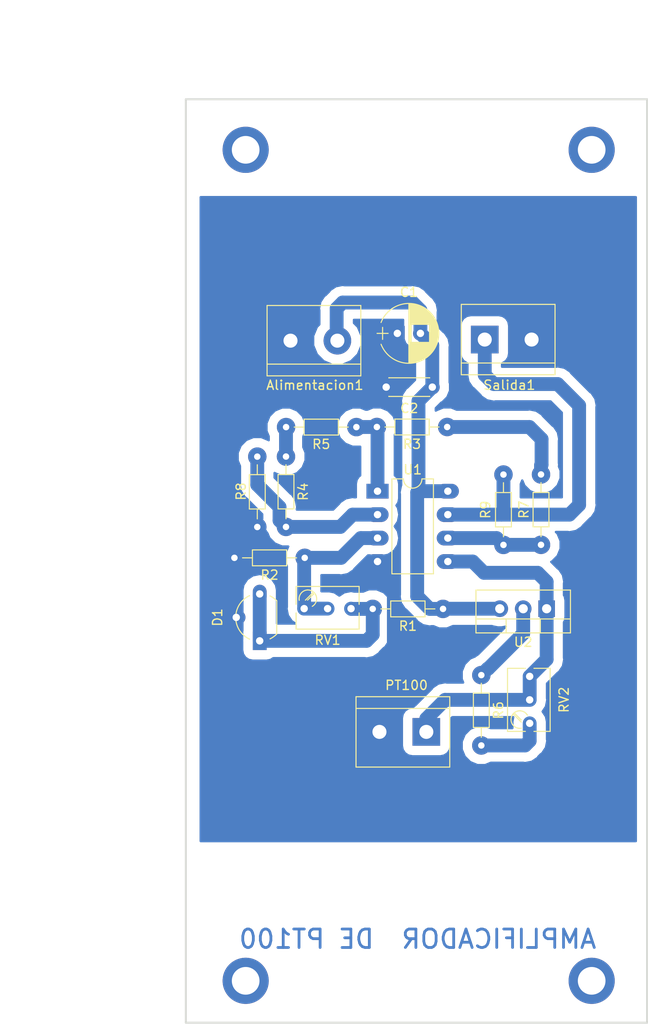
<source format=kicad_pcb>
(kicad_pcb (version 20171130) (host pcbnew 5.0.0-fee4fd1~66~ubuntu16.04.1)

  (general
    (thickness 1.6)
    (drawings 7)
    (tracks 117)
    (zones 0)
    (modules 19)
    (nets 14)
  )

  (page A4)
  (layers
    (0 F.Cu signal)
    (31 B.Cu signal)
    (32 B.Adhes user)
    (33 F.Adhes user)
    (34 B.Paste user)
    (35 F.Paste user)
    (36 B.SilkS user)
    (37 F.SilkS user)
    (38 B.Mask user)
    (39 F.Mask user)
    (40 Dwgs.User user)
    (41 Cmts.User user)
    (42 Eco1.User user)
    (43 Eco2.User user)
    (44 Edge.Cuts user)
    (45 Margin user)
    (46 B.CrtYd user)
    (47 F.CrtYd user)
    (48 B.Fab user)
    (49 F.Fab user)
  )

  (setup
    (last_trace_width 0.25)
    (user_trace_width 0.5)
    (user_trace_width 0.8)
    (user_trace_width 1)
    (user_trace_width 1.2)
    (user_trace_width 1.5)
    (user_trace_width 2)
    (trace_clearance 0.2)
    (zone_clearance 0.508)
    (zone_45_only no)
    (trace_min 0.2)
    (segment_width 0.2)
    (edge_width 0.15)
    (via_size 0.8)
    (via_drill 0.4)
    (via_min_size 0.4)
    (via_min_drill 0.3)
    (uvia_size 0.3)
    (uvia_drill 0.1)
    (uvias_allowed no)
    (uvia_min_size 0.2)
    (uvia_min_drill 0.1)
    (pcb_text_width 0.3)
    (pcb_text_size 1.5 1.5)
    (mod_edge_width 0.15)
    (mod_text_size 1 1)
    (mod_text_width 0.15)
    (pad_size 2 2)
    (pad_drill 0.7)
    (pad_to_mask_clearance 0.2)
    (aux_axis_origin 0 0)
    (visible_elements 7FFDFFFF)
    (pcbplotparams
      (layerselection 0x01020_7ffffffe)
      (usegerberextensions false)
      (usegerberattributes false)
      (usegerberadvancedattributes false)
      (creategerberjobfile false)
      (excludeedgelayer true)
      (linewidth 0.100000)
      (plotframeref false)
      (viasonmask false)
      (mode 1)
      (useauxorigin false)
      (hpglpennumber 1)
      (hpglpenspeed 20)
      (hpglpendiameter 15.000000)
      (psnegative false)
      (psa4output false)
      (plotreference true)
      (plotvalue true)
      (plotinvisibletext false)
      (padsonsilk false)
      (subtractmaskfromsilk false)
      (outputformat 4)
      (mirror false)
      (drillshape 1)
      (scaleselection 1)
      (outputdirectory ""))
  )

  (net 0 "")
  (net 1 VDD)
  (net 2 GNDREF)
  (net 3 "Net-(D1-Pad1)")
  (net 4 "Net-(R2-Pad1)")
  (net 5 "Net-(R3-Pad2)")
  (net 6 "Net-(R3-Pad1)")
  (net 7 "Net-(R4-Pad1)")
  (net 8 "Net-(R4-Pad2)")
  (net 9 "Net-(R6-Pad2)")
  (net 10 "Net-(R6-Pad1)")
  (net 11 "Net-(R7-Pad1)")
  (net 12 "Net-(R9-Pad1)")
  (net 13 "Net-(PT100-Pad1)")

  (net_class Default "Esta es la clase de red por defecto."
    (clearance 0.2)
    (trace_width 0.25)
    (via_dia 0.8)
    (via_drill 0.4)
    (uvia_dia 0.3)
    (uvia_drill 0.1)
    (add_net GNDREF)
    (add_net "Net-(D1-Pad1)")
    (add_net "Net-(PT100-Pad1)")
    (add_net "Net-(R2-Pad1)")
    (add_net "Net-(R3-Pad1)")
    (add_net "Net-(R3-Pad2)")
    (add_net "Net-(R4-Pad1)")
    (add_net "Net-(R4-Pad2)")
    (add_net "Net-(R6-Pad1)")
    (add_net "Net-(R6-Pad2)")
    (add_net "Net-(R7-Pad1)")
    (add_net "Net-(R9-Pad1)")
    (add_net VDD)
  )

  (module Connectors_Terminal_Blocks:TerminalBlock_bornier-2_P5.08mm (layer F.Cu) (tedit 59FF03AB) (tstamp 5B686E90)
    (at 152.08 115.54 180)
    (descr "simple 2-pin terminal block, pitch 5.08mm, revamped version of bornier2")
    (tags "terminal block bornier2")
    (path /5B67371B)
    (fp_text reference PT100 (at 2.15 5.05 180) (layer F.SilkS)
      (effects (font (size 1 1) (thickness 0.15)))
    )
    (fp_text value "  " (at 2.54 5.08 180) (layer F.Fab)
      (effects (font (size 1 1) (thickness 0.15)))
    )
    (fp_text user %R (at 2.54 0 180) (layer F.Fab)
      (effects (font (size 1 1) (thickness 0.15)))
    )
    (fp_line (start -2.41 2.55) (end 7.49 2.55) (layer F.Fab) (width 0.1))
    (fp_line (start -2.46 -3.75) (end -2.46 3.75) (layer F.Fab) (width 0.1))
    (fp_line (start -2.46 3.75) (end 7.54 3.75) (layer F.Fab) (width 0.1))
    (fp_line (start 7.54 3.75) (end 7.54 -3.75) (layer F.Fab) (width 0.1))
    (fp_line (start 7.54 -3.75) (end -2.46 -3.75) (layer F.Fab) (width 0.1))
    (fp_line (start 7.62 2.54) (end -2.54 2.54) (layer F.SilkS) (width 0.12))
    (fp_line (start 7.62 3.81) (end 7.62 -3.81) (layer F.SilkS) (width 0.12))
    (fp_line (start 7.62 -3.81) (end -2.54 -3.81) (layer F.SilkS) (width 0.12))
    (fp_line (start -2.54 -3.81) (end -2.54 3.81) (layer F.SilkS) (width 0.12))
    (fp_line (start -2.54 3.81) (end 7.62 3.81) (layer F.SilkS) (width 0.12))
    (fp_line (start -2.71 -4) (end 7.79 -4) (layer F.CrtYd) (width 0.05))
    (fp_line (start -2.71 -4) (end -2.71 4) (layer F.CrtYd) (width 0.05))
    (fp_line (start 7.79 4) (end 7.79 -4) (layer F.CrtYd) (width 0.05))
    (fp_line (start 7.79 4) (end -2.71 4) (layer F.CrtYd) (width 0.05))
    (pad 1 thru_hole rect (at 0 0 180) (size 3 3) (drill 1.52) (layers *.Cu *.Mask)
      (net 13 "Net-(PT100-Pad1)"))
    (pad 2 thru_hole circle (at 5.08 0 180) (size 3 3) (drill 1.52) (layers *.Cu *.Mask)
      (net 2 GNDREF))
    (model ${KISYS3DMOD}/Terminal_Blocks.3dshapes/TerminalBlock_bornier-2_P5.08mm.wrl
      (offset (xyz 2.539999961853027 0 0))
      (scale (xyz 1 1 1))
      (rotate (xyz 0 0 0))
    )
    (model ${KISYS3DMOD}/Connector_Phoenix_MC_HighVoltage.3dshapes/PhoenixContact_MC_1,5_2-G-5.08_1x02_P5.08mm_Horizontal.step
      (offset (xyz 5 0 0))
      (scale (xyz 1 1 1))
      (rotate (xyz 0 0 -180))
    )
  )

  (module Connectors_Terminal_Blocks:TerminalBlock_bornier-2_P5.08mm (layer F.Cu) (tedit 59FF03AB) (tstamp 5B788564)
    (at 137.36 73.17)
    (descr "simple 2-pin terminal block, pitch 5.08mm, revamped version of bornier2")
    (tags "terminal block bornier2")
    (path /5B68B7A8)
    (fp_text reference Alimentacion1 (at 2.64 4.82) (layer F.SilkS)
      (effects (font (size 1 1) (thickness 0.15)))
    )
    (fp_text value " " (at 2.54 5.08) (layer F.Fab)
      (effects (font (size 1 1) (thickness 0.15)))
    )
    (fp_text user %R (at 2.54 0) (layer F.Fab)
      (effects (font (size 1 1) (thickness 0.15)))
    )
    (fp_line (start -2.41 2.55) (end 7.49 2.55) (layer F.Fab) (width 0.1))
    (fp_line (start -2.46 -3.75) (end -2.46 3.75) (layer F.Fab) (width 0.1))
    (fp_line (start -2.46 3.75) (end 7.54 3.75) (layer F.Fab) (width 0.1))
    (fp_line (start 7.54 3.75) (end 7.54 -3.75) (layer F.Fab) (width 0.1))
    (fp_line (start 7.54 -3.75) (end -2.46 -3.75) (layer F.Fab) (width 0.1))
    (fp_line (start 7.62 2.54) (end -2.54 2.54) (layer F.SilkS) (width 0.12))
    (fp_line (start 7.62 3.81) (end 7.62 -3.81) (layer F.SilkS) (width 0.12))
    (fp_line (start 7.62 -3.81) (end -2.54 -3.81) (layer F.SilkS) (width 0.12))
    (fp_line (start -2.54 -3.81) (end -2.54 3.81) (layer F.SilkS) (width 0.12))
    (fp_line (start -2.54 3.81) (end 7.62 3.81) (layer F.SilkS) (width 0.12))
    (fp_line (start -2.71 -4) (end 7.79 -4) (layer F.CrtYd) (width 0.05))
    (fp_line (start -2.71 -4) (end -2.71 4) (layer F.CrtYd) (width 0.05))
    (fp_line (start 7.79 4) (end 7.79 -4) (layer F.CrtYd) (width 0.05))
    (fp_line (start 7.79 4) (end -2.71 4) (layer F.CrtYd) (width 0.05))
    (pad 1 thru_hole rect (at 0 0) (size 3 3) (drill 1.52) (layers *.Cu *.Mask)
      (net 2 GNDREF))
    (pad 2 thru_hole circle (at 5.08 0) (size 3 3) (drill 1.52) (layers *.Cu *.Mask)
      (net 1 VDD))
    (model ${KISYS3DMOD}/Terminal_Blocks.3dshapes/TerminalBlock_bornier-2_P5.08mm.wrl
      (offset (xyz 2.539999961853027 0 0))
      (scale (xyz 1 1 1))
      (rotate (xyz 0 0 0))
    )
    (model ${KISYS3DMOD}/Connector_Phoenix_MC_HighVoltage.3dshapes/PhoenixContact_MC_1,5_2-G-5.08_1x02_P5.08mm_Horizontal.step
      (offset (xyz 5 0 0))
      (scale (xyz 1 1 1))
      (rotate (xyz 0 0 -180))
    )
  )

  (module Connectors_Terminal_Blocks:TerminalBlock_bornier-2_P5.08mm (layer F.Cu) (tedit 59FF03AB) (tstamp 5B7885CB)
    (at 158.41 73.05)
    (descr "simple 2-pin terminal block, pitch 5.08mm, revamped version of bornier2")
    (tags "terminal block bornier2")
    (path /5B678510)
    (fp_text reference Salida1 (at 2.67 4.93) (layer F.SilkS)
      (effects (font (size 1 1) (thickness 0.15)))
    )
    (fp_text value " " (at 2.54 5.08) (layer F.Fab)
      (effects (font (size 1 1) (thickness 0.15)))
    )
    (fp_text user %R (at 2.54 0) (layer F.Fab)
      (effects (font (size 1 1) (thickness 0.15)))
    )
    (fp_line (start -2.41 2.55) (end 7.49 2.55) (layer F.Fab) (width 0.1))
    (fp_line (start -2.46 -3.75) (end -2.46 3.75) (layer F.Fab) (width 0.1))
    (fp_line (start -2.46 3.75) (end 7.54 3.75) (layer F.Fab) (width 0.1))
    (fp_line (start 7.54 3.75) (end 7.54 -3.75) (layer F.Fab) (width 0.1))
    (fp_line (start 7.54 -3.75) (end -2.46 -3.75) (layer F.Fab) (width 0.1))
    (fp_line (start 7.62 2.54) (end -2.54 2.54) (layer F.SilkS) (width 0.12))
    (fp_line (start 7.62 3.81) (end 7.62 -3.81) (layer F.SilkS) (width 0.12))
    (fp_line (start 7.62 -3.81) (end -2.54 -3.81) (layer F.SilkS) (width 0.12))
    (fp_line (start -2.54 -3.81) (end -2.54 3.81) (layer F.SilkS) (width 0.12))
    (fp_line (start -2.54 3.81) (end 7.62 3.81) (layer F.SilkS) (width 0.12))
    (fp_line (start -2.71 -4) (end 7.79 -4) (layer F.CrtYd) (width 0.05))
    (fp_line (start -2.71 -4) (end -2.71 4) (layer F.CrtYd) (width 0.05))
    (fp_line (start 7.79 4) (end 7.79 -4) (layer F.CrtYd) (width 0.05))
    (fp_line (start 7.79 4) (end -2.71 4) (layer F.CrtYd) (width 0.05))
    (pad 1 thru_hole rect (at 0 0) (size 3 3) (drill 1.52) (layers *.Cu *.Mask)
      (net 12 "Net-(R9-Pad1)"))
    (pad 2 thru_hole circle (at 5.08 0) (size 3 3) (drill 1.52) (layers *.Cu *.Mask)
      (net 2 GNDREF))
    (model ${KISYS3DMOD}/Terminal_Blocks.3dshapes/TerminalBlock_bornier-2_P5.08mm.wrl
      (offset (xyz 2.539999961853027 0 0))
      (scale (xyz 1 1 1))
      (rotate (xyz 0 0 0))
    )
    (model ${KISYS3DMOD}/Connector_Phoenix_MC_HighVoltage.3dshapes/PhoenixContact_MC_1,5_2-G-5.08_1x02_P5.08mm_Horizontal.step
      (offset (xyz 5 0 0))
      (scale (xyz 1 1 1))
      (rotate (xyz 0 0 -180))
    )
  )

  (module Resistors_THT:R_Axial_DIN0204_L3.6mm_D1.6mm_P7.62mm_Horizontal (layer F.Cu) (tedit 5B6F0003) (tstamp 5B686CAB)
    (at 158.04 109.39 270)
    (descr "Resistor, Axial_DIN0204 series, Axial, Horizontal, pin pitch=7.62mm, 0.16666666666666666W = 1/6W, length*diameter=3.6*1.6mm^2, http://cdn-reichelt.de/documents/datenblatt/B400/1_4W%23YAG.pdf")
    (tags "Resistor Axial_DIN0204 series Axial Horizontal pin pitch 7.62mm 0.16666666666666666W = 1/6W length 3.6mm diameter 1.6mm")
    (path /5B673516)
    (fp_text reference R6 (at 3.81 -1.86 270) (layer F.SilkS)
      (effects (font (size 1 1) (thickness 0.15)))
    )
    (fp_text value 180 (at 3.81 1.86 270) (layer F.Fab)
      (effects (font (size 1 1) (thickness 0.15)))
    )
    (fp_line (start 2.01 -0.8) (end 2.01 0.8) (layer F.Fab) (width 0.1))
    (fp_line (start 2.01 0.8) (end 5.61 0.8) (layer F.Fab) (width 0.1))
    (fp_line (start 5.61 0.8) (end 5.61 -0.8) (layer F.Fab) (width 0.1))
    (fp_line (start 5.61 -0.8) (end 2.01 -0.8) (layer F.Fab) (width 0.1))
    (fp_line (start 0 0) (end 2.01 0) (layer F.Fab) (width 0.1))
    (fp_line (start 7.62 0) (end 5.61 0) (layer F.Fab) (width 0.1))
    (fp_line (start 1.95 -0.86) (end 1.95 0.86) (layer F.SilkS) (width 0.12))
    (fp_line (start 1.95 0.86) (end 5.67 0.86) (layer F.SilkS) (width 0.12))
    (fp_line (start 5.67 0.86) (end 5.67 -0.86) (layer F.SilkS) (width 0.12))
    (fp_line (start 5.67 -0.86) (end 1.95 -0.86) (layer F.SilkS) (width 0.12))
    (fp_line (start 0.88 0) (end 1.95 0) (layer F.SilkS) (width 0.12))
    (fp_line (start 6.74 0) (end 5.67 0) (layer F.SilkS) (width 0.12))
    (fp_line (start -0.95 -1.15) (end -0.95 1.15) (layer F.CrtYd) (width 0.05))
    (fp_line (start -0.95 1.15) (end 8.6 1.15) (layer F.CrtYd) (width 0.05))
    (fp_line (start 8.6 1.15) (end 8.6 -1.15) (layer F.CrtYd) (width 0.05))
    (fp_line (start 8.6 -1.15) (end -0.95 -1.15) (layer F.CrtYd) (width 0.05))
    (pad 1 thru_hole circle (at 0 0 270) (size 2 2) (drill 0.7) (layers *.Cu *.Mask)
      (net 10 "Net-(R6-Pad1)"))
    (pad 2 thru_hole circle (at 7.62 0 270) (size 2 2) (drill 0.7) (layers *.Cu *.Mask)
      (net 9 "Net-(R6-Pad2)"))
    (model ${KISYS3DMOD}/Resistors_THT.3dshapes/R_Axial_DIN0204_L3.6mm_D1.6mm_P7.62mm_Horizontal.wrl
      (at (xyz 0 0 0))
      (scale (xyz 0.393701 0.393701 0.393701))
      (rotate (xyz 0 0 0))
    )
    (model ${KISYS3DMOD}/Resistor_THT.3dshapes/R_Axial_DIN0204_L3.6mm_D1.6mm_P7.62mm_Horizontal.wrl
      (at (xyz 0 0 0))
      (scale (xyz 1 1 1))
      (rotate (xyz 0 0 0))
    )
  )

  (module Resistors_THT:R_Axial_DIN0204_L3.6mm_D1.6mm_P7.62mm_Horizontal (layer F.Cu) (tedit 5874F706) (tstamp 5B675781)
    (at 153.89 102.22 180)
    (descr "Resistor, Axial_DIN0204 series, Axial, Horizontal, pin pitch=7.62mm, 0.16666666666666666W = 1/6W, length*diameter=3.6*1.6mm^2, http://cdn-reichelt.de/documents/datenblatt/B400/1_4W%23YAG.pdf")
    (tags "Resistor Axial_DIN0204 series Axial Horizontal pin pitch 7.62mm 0.16666666666666666W = 1/6W length 3.6mm diameter 1.6mm")
    (path /5B6742A0)
    (fp_text reference R1 (at 3.81 -1.86 180) (layer F.SilkS)
      (effects (font (size 1 1) (thickness 0.15)))
    )
    (fp_text value 4k7 (at 3.81 1.86 180) (layer F.Fab)
      (effects (font (size 1 1) (thickness 0.15)))
    )
    (fp_line (start 2.01 -0.8) (end 2.01 0.8) (layer F.Fab) (width 0.1))
    (fp_line (start 2.01 0.8) (end 5.61 0.8) (layer F.Fab) (width 0.1))
    (fp_line (start 5.61 0.8) (end 5.61 -0.8) (layer F.Fab) (width 0.1))
    (fp_line (start 5.61 -0.8) (end 2.01 -0.8) (layer F.Fab) (width 0.1))
    (fp_line (start 0 0) (end 2.01 0) (layer F.Fab) (width 0.1))
    (fp_line (start 7.62 0) (end 5.61 0) (layer F.Fab) (width 0.1))
    (fp_line (start 1.95 -0.86) (end 1.95 0.86) (layer F.SilkS) (width 0.12))
    (fp_line (start 1.95 0.86) (end 5.67 0.86) (layer F.SilkS) (width 0.12))
    (fp_line (start 5.67 0.86) (end 5.67 -0.86) (layer F.SilkS) (width 0.12))
    (fp_line (start 5.67 -0.86) (end 1.95 -0.86) (layer F.SilkS) (width 0.12))
    (fp_line (start 0.88 0) (end 1.95 0) (layer F.SilkS) (width 0.12))
    (fp_line (start 6.74 0) (end 5.67 0) (layer F.SilkS) (width 0.12))
    (fp_line (start -0.95 -1.15) (end -0.95 1.15) (layer F.CrtYd) (width 0.05))
    (fp_line (start -0.95 1.15) (end 8.6 1.15) (layer F.CrtYd) (width 0.05))
    (fp_line (start 8.6 1.15) (end 8.6 -1.15) (layer F.CrtYd) (width 0.05))
    (fp_line (start 8.6 -1.15) (end -0.95 -1.15) (layer F.CrtYd) (width 0.05))
    (pad 1 thru_hole circle (at 0 0 180) (size 2 2) (drill 0.7) (layers *.Cu *.Mask)
      (net 1 VDD))
    (pad 2 thru_hole circle (at 7.62 0 180) (size 2 2) (drill 0.7) (layers *.Cu *.Mask)
      (net 3 "Net-(D1-Pad1)"))
    (model ${KISYS3DMOD}/Resistors_THT.3dshapes/R_Axial_DIN0204_L3.6mm_D1.6mm_P7.62mm_Horizontal.wrl
      (at (xyz 0 0 0))
      (scale (xyz 0.393701 0.393701 0.393701))
      (rotate (xyz 0 0 0))
    )
    (model ${KISYS3DMOD}/Resistor_THT.3dshapes/R_Axial_DIN0204_L3.6mm_D1.6mm_P7.62mm_Horizontal.wrl
      (at (xyz 0 0 0))
      (scale (xyz 1 1 1))
      (rotate (xyz 0 0 0))
    )
  )

  (module Resistors_THT:R_Axial_DIN0204_L3.6mm_D1.6mm_P7.62mm_Horizontal (layer F.Cu) (tedit 5874F706) (tstamp 5B675793)
    (at 138.9 96.69 180)
    (descr "Resistor, Axial_DIN0204 series, Axial, Horizontal, pin pitch=7.62mm, 0.16666666666666666W = 1/6W, length*diameter=3.6*1.6mm^2, http://cdn-reichelt.de/documents/datenblatt/B400/1_4W%23YAG.pdf")
    (tags "Resistor Axial_DIN0204 series Axial Horizontal pin pitch 7.62mm 0.16666666666666666W = 1/6W length 3.6mm diameter 1.6mm")
    (path /5B67435B)
    (fp_text reference R2 (at 3.81 -1.86 180) (layer F.SilkS)
      (effects (font (size 1 1) (thickness 0.15)))
    )
    (fp_text value 470 (at 3.81 1.86 180) (layer F.Fab)
      (effects (font (size 1 1) (thickness 0.15)))
    )
    (fp_line (start 2.01 -0.8) (end 2.01 0.8) (layer F.Fab) (width 0.1))
    (fp_line (start 2.01 0.8) (end 5.61 0.8) (layer F.Fab) (width 0.1))
    (fp_line (start 5.61 0.8) (end 5.61 -0.8) (layer F.Fab) (width 0.1))
    (fp_line (start 5.61 -0.8) (end 2.01 -0.8) (layer F.Fab) (width 0.1))
    (fp_line (start 0 0) (end 2.01 0) (layer F.Fab) (width 0.1))
    (fp_line (start 7.62 0) (end 5.61 0) (layer F.Fab) (width 0.1))
    (fp_line (start 1.95 -0.86) (end 1.95 0.86) (layer F.SilkS) (width 0.12))
    (fp_line (start 1.95 0.86) (end 5.67 0.86) (layer F.SilkS) (width 0.12))
    (fp_line (start 5.67 0.86) (end 5.67 -0.86) (layer F.SilkS) (width 0.12))
    (fp_line (start 5.67 -0.86) (end 1.95 -0.86) (layer F.SilkS) (width 0.12))
    (fp_line (start 0.88 0) (end 1.95 0) (layer F.SilkS) (width 0.12))
    (fp_line (start 6.74 0) (end 5.67 0) (layer F.SilkS) (width 0.12))
    (fp_line (start -0.95 -1.15) (end -0.95 1.15) (layer F.CrtYd) (width 0.05))
    (fp_line (start -0.95 1.15) (end 8.6 1.15) (layer F.CrtYd) (width 0.05))
    (fp_line (start 8.6 1.15) (end 8.6 -1.15) (layer F.CrtYd) (width 0.05))
    (fp_line (start 8.6 -1.15) (end -0.95 -1.15) (layer F.CrtYd) (width 0.05))
    (pad 1 thru_hole circle (at 0 0 180) (size 2 2) (drill 0.7) (layers *.Cu *.Mask)
      (net 4 "Net-(R2-Pad1)"))
    (pad 2 thru_hole circle (at 7.62 0 180) (size 2 2) (drill 0.7) (layers *.Cu *.Mask)
      (net 2 GNDREF))
    (model ${KISYS3DMOD}/Resistors_THT.3dshapes/R_Axial_DIN0204_L3.6mm_D1.6mm_P7.62mm_Horizontal.wrl
      (at (xyz 0 0 0))
      (scale (xyz 0.393701 0.393701 0.393701))
      (rotate (xyz 0 0 0))
    )
    (model ${KISYS3DMOD}/Resistor_THT.3dshapes/R_Axial_DIN0204_L3.6mm_D1.6mm_P7.62mm_Horizontal.wrl
      (at (xyz 0 0 0))
      (scale (xyz 1 1 1))
      (rotate (xyz 0 0 0))
    )
  )

  (module Resistors_THT:R_Axial_DIN0204_L3.6mm_D1.6mm_P7.62mm_Horizontal (layer F.Cu) (tedit 5874F706) (tstamp 5B68817F)
    (at 133.76 85.73 270)
    (descr "Resistor, Axial_DIN0204 series, Axial, Horizontal, pin pitch=7.62mm, 0.16666666666666666W = 1/6W, length*diameter=3.6*1.6mm^2, http://cdn-reichelt.de/documents/datenblatt/B400/1_4W%23YAG.pdf")
    (tags "Resistor Axial_DIN0204 series Axial Horizontal pin pitch 7.62mm 0.16666666666666666W = 1/6W length 3.6mm diameter 1.6mm")
    (path /5B673F39)
    (fp_text reference R8 (at 3.77 1.76 270) (layer F.SilkS)
      (effects (font (size 1 1) (thickness 0.15)))
    )
    (fp_text value 10k (at 3.81 1.86 270) (layer F.Fab)
      (effects (font (size 1 1) (thickness 0.15)))
    )
    (fp_line (start 2.01 -0.8) (end 2.01 0.8) (layer F.Fab) (width 0.1))
    (fp_line (start 2.01 0.8) (end 5.61 0.8) (layer F.Fab) (width 0.1))
    (fp_line (start 5.61 0.8) (end 5.61 -0.8) (layer F.Fab) (width 0.1))
    (fp_line (start 5.61 -0.8) (end 2.01 -0.8) (layer F.Fab) (width 0.1))
    (fp_line (start 0 0) (end 2.01 0) (layer F.Fab) (width 0.1))
    (fp_line (start 7.62 0) (end 5.61 0) (layer F.Fab) (width 0.1))
    (fp_line (start 1.95 -0.86) (end 1.95 0.86) (layer F.SilkS) (width 0.12))
    (fp_line (start 1.95 0.86) (end 5.67 0.86) (layer F.SilkS) (width 0.12))
    (fp_line (start 5.67 0.86) (end 5.67 -0.86) (layer F.SilkS) (width 0.12))
    (fp_line (start 5.67 -0.86) (end 1.95 -0.86) (layer F.SilkS) (width 0.12))
    (fp_line (start 0.88 0) (end 1.95 0) (layer F.SilkS) (width 0.12))
    (fp_line (start 6.74 0) (end 5.67 0) (layer F.SilkS) (width 0.12))
    (fp_line (start -0.95 -1.15) (end -0.95 1.15) (layer F.CrtYd) (width 0.05))
    (fp_line (start -0.95 1.15) (end 8.6 1.15) (layer F.CrtYd) (width 0.05))
    (fp_line (start 8.6 1.15) (end 8.6 -1.15) (layer F.CrtYd) (width 0.05))
    (fp_line (start 8.6 -1.15) (end -0.95 -1.15) (layer F.CrtYd) (width 0.05))
    (pad 1 thru_hole circle (at 0 0 270) (size 2 2) (drill 0.7) (layers *.Cu *.Mask)
      (net 8 "Net-(R4-Pad2)"))
    (pad 2 thru_hole circle (at 7.62 0 270) (size 2 2) (drill 0.7) (layers *.Cu *.Mask)
      (net 2 GNDREF))
    (model ${KISYS3DMOD}/Resistors_THT.3dshapes/R_Axial_DIN0204_L3.6mm_D1.6mm_P7.62mm_Horizontal.wrl
      (at (xyz 0 0 0))
      (scale (xyz 0.393701 0.393701 0.393701))
      (rotate (xyz 0 0 0))
    )
    (model ${KISYS3DMOD}/Resistor_THT.3dshapes/R_Axial_DIN0204_L3.6mm_D1.6mm_P7.62mm_Horizontal.wrl
      (at (xyz 0 0 0))
      (scale (xyz 1 1 1))
      (rotate (xyz 0 0 0))
    )
  )

  (module Resistors_THT:R_Axial_DIN0204_L3.6mm_D1.6mm_P7.62mm_Horizontal (layer F.Cu) (tedit 5874F706) (tstamp 5B6757B7)
    (at 136.87 85.72 270)
    (descr "Resistor, Axial_DIN0204 series, Axial, Horizontal, pin pitch=7.62mm, 0.16666666666666666W = 1/6W, length*diameter=3.6*1.6mm^2, http://cdn-reichelt.de/documents/datenblatt/B400/1_4W%23YAG.pdf")
    (tags "Resistor Axial_DIN0204 series Axial Horizontal pin pitch 7.62mm 0.16666666666666666W = 1/6W length 3.6mm diameter 1.6mm")
    (path /5B673EEE)
    (fp_text reference R4 (at 3.81 -1.86 270) (layer F.SilkS)
      (effects (font (size 1 1) (thickness 0.15)))
    )
    (fp_text value 1k2 (at 3.81 1.86 270) (layer F.Fab)
      (effects (font (size 1 1) (thickness 0.15)))
    )
    (fp_line (start 2.01 -0.8) (end 2.01 0.8) (layer F.Fab) (width 0.1))
    (fp_line (start 2.01 0.8) (end 5.61 0.8) (layer F.Fab) (width 0.1))
    (fp_line (start 5.61 0.8) (end 5.61 -0.8) (layer F.Fab) (width 0.1))
    (fp_line (start 5.61 -0.8) (end 2.01 -0.8) (layer F.Fab) (width 0.1))
    (fp_line (start 0 0) (end 2.01 0) (layer F.Fab) (width 0.1))
    (fp_line (start 7.62 0) (end 5.61 0) (layer F.Fab) (width 0.1))
    (fp_line (start 1.95 -0.86) (end 1.95 0.86) (layer F.SilkS) (width 0.12))
    (fp_line (start 1.95 0.86) (end 5.67 0.86) (layer F.SilkS) (width 0.12))
    (fp_line (start 5.67 0.86) (end 5.67 -0.86) (layer F.SilkS) (width 0.12))
    (fp_line (start 5.67 -0.86) (end 1.95 -0.86) (layer F.SilkS) (width 0.12))
    (fp_line (start 0.88 0) (end 1.95 0) (layer F.SilkS) (width 0.12))
    (fp_line (start 6.74 0) (end 5.67 0) (layer F.SilkS) (width 0.12))
    (fp_line (start -0.95 -1.15) (end -0.95 1.15) (layer F.CrtYd) (width 0.05))
    (fp_line (start -0.95 1.15) (end 8.6 1.15) (layer F.CrtYd) (width 0.05))
    (fp_line (start 8.6 1.15) (end 8.6 -1.15) (layer F.CrtYd) (width 0.05))
    (fp_line (start 8.6 -1.15) (end -0.95 -1.15) (layer F.CrtYd) (width 0.05))
    (pad 1 thru_hole circle (at 0 0 270) (size 2 2) (drill 0.7) (layers *.Cu *.Mask)
      (net 7 "Net-(R4-Pad1)"))
    (pad 2 thru_hole circle (at 7.62 0 270) (size 2 2) (drill 0.7) (layers *.Cu *.Mask)
      (net 8 "Net-(R4-Pad2)"))
    (model ${KISYS3DMOD}/Resistors_THT.3dshapes/R_Axial_DIN0204_L3.6mm_D1.6mm_P7.62mm_Horizontal.wrl
      (at (xyz 0 0 0))
      (scale (xyz 0.393701 0.393701 0.393701))
      (rotate (xyz 0 0 0))
    )
    (model ${KISYS3DMOD}/Resistor_THT.3dshapes/R_Axial_DIN0204_L3.6mm_D1.6mm_P7.62mm_Horizontal.wrl
      (at (xyz 0 0 0))
      (scale (xyz 1 1 1))
      (rotate (xyz 0 0 0))
    )
  )

  (module Resistors_THT:R_Axial_DIN0204_L3.6mm_D1.6mm_P7.62mm_Horizontal (layer F.Cu) (tedit 5874F706) (tstamp 5B6757C9)
    (at 144.5 82.53 180)
    (descr "Resistor, Axial_DIN0204 series, Axial, Horizontal, pin pitch=7.62mm, 0.16666666666666666W = 1/6W, length*diameter=3.6*1.6mm^2, http://cdn-reichelt.de/documents/datenblatt/B400/1_4W%23YAG.pdf")
    (tags "Resistor Axial_DIN0204 series Axial Horizontal pin pitch 7.62mm 0.16666666666666666W = 1/6W length 3.6mm diameter 1.6mm")
    (path /5B673DD8)
    (fp_text reference R5 (at 3.81 -1.86 180) (layer F.SilkS)
      (effects (font (size 1 1) (thickness 0.15)))
    )
    (fp_text value 1k2 (at 3.81 1.86 180) (layer F.Fab)
      (effects (font (size 1 1) (thickness 0.15)))
    )
    (fp_line (start 2.01 -0.8) (end 2.01 0.8) (layer F.Fab) (width 0.1))
    (fp_line (start 2.01 0.8) (end 5.61 0.8) (layer F.Fab) (width 0.1))
    (fp_line (start 5.61 0.8) (end 5.61 -0.8) (layer F.Fab) (width 0.1))
    (fp_line (start 5.61 -0.8) (end 2.01 -0.8) (layer F.Fab) (width 0.1))
    (fp_line (start 0 0) (end 2.01 0) (layer F.Fab) (width 0.1))
    (fp_line (start 7.62 0) (end 5.61 0) (layer F.Fab) (width 0.1))
    (fp_line (start 1.95 -0.86) (end 1.95 0.86) (layer F.SilkS) (width 0.12))
    (fp_line (start 1.95 0.86) (end 5.67 0.86) (layer F.SilkS) (width 0.12))
    (fp_line (start 5.67 0.86) (end 5.67 -0.86) (layer F.SilkS) (width 0.12))
    (fp_line (start 5.67 -0.86) (end 1.95 -0.86) (layer F.SilkS) (width 0.12))
    (fp_line (start 0.88 0) (end 1.95 0) (layer F.SilkS) (width 0.12))
    (fp_line (start 6.74 0) (end 5.67 0) (layer F.SilkS) (width 0.12))
    (fp_line (start -0.95 -1.15) (end -0.95 1.15) (layer F.CrtYd) (width 0.05))
    (fp_line (start -0.95 1.15) (end 8.6 1.15) (layer F.CrtYd) (width 0.05))
    (fp_line (start 8.6 1.15) (end 8.6 -1.15) (layer F.CrtYd) (width 0.05))
    (fp_line (start 8.6 -1.15) (end -0.95 -1.15) (layer F.CrtYd) (width 0.05))
    (pad 1 thru_hole circle (at 0 0 180) (size 2 2) (drill 0.7) (layers *.Cu *.Mask)
      (net 5 "Net-(R3-Pad2)"))
    (pad 2 thru_hole circle (at 7.62 0 180) (size 2 2) (drill 0.7) (layers *.Cu *.Mask)
      (net 7 "Net-(R4-Pad1)"))
    (model ${KISYS3DMOD}/Resistors_THT.3dshapes/R_Axial_DIN0204_L3.6mm_D1.6mm_P7.62mm_Horizontal.wrl
      (at (xyz 0 0 0))
      (scale (xyz 0.393701 0.393701 0.393701))
      (rotate (xyz 0 0 0))
    )
    (model ${KISYS3DMOD}/Resistor_THT.3dshapes/R_Axial_DIN0204_L3.6mm_D1.6mm_P7.62mm_Horizontal.wrl
      (at (xyz 0 0 0))
      (scale (xyz 1 1 1))
      (rotate (xyz 0 0 0))
    )
  )

  (module Resistors_THT:R_Axial_DIN0204_L3.6mm_D1.6mm_P7.62mm_Horizontal (layer F.Cu) (tedit 5874F706) (tstamp 5B6757A5)
    (at 154.34 82.52 180)
    (descr "Resistor, Axial_DIN0204 series, Axial, Horizontal, pin pitch=7.62mm, 0.16666666666666666W = 1/6W, length*diameter=3.6*1.6mm^2, http://cdn-reichelt.de/documents/datenblatt/B400/1_4W%23YAG.pdf")
    (tags "Resistor Axial_DIN0204 series Axial Horizontal pin pitch 7.62mm 0.16666666666666666W = 1/6W length 3.6mm diameter 1.6mm")
    (path /5B6774D5)
    (fp_text reference R3 (at 3.81 -1.86 180) (layer F.SilkS)
      (effects (font (size 1 1) (thickness 0.15)))
    )
    (fp_text value 1k2 (at 3.81 1.86 180) (layer F.Fab)
      (effects (font (size 1 1) (thickness 0.15)))
    )
    (fp_line (start 2.01 -0.8) (end 2.01 0.8) (layer F.Fab) (width 0.1))
    (fp_line (start 2.01 0.8) (end 5.61 0.8) (layer F.Fab) (width 0.1))
    (fp_line (start 5.61 0.8) (end 5.61 -0.8) (layer F.Fab) (width 0.1))
    (fp_line (start 5.61 -0.8) (end 2.01 -0.8) (layer F.Fab) (width 0.1))
    (fp_line (start 0 0) (end 2.01 0) (layer F.Fab) (width 0.1))
    (fp_line (start 7.62 0) (end 5.61 0) (layer F.Fab) (width 0.1))
    (fp_line (start 1.95 -0.86) (end 1.95 0.86) (layer F.SilkS) (width 0.12))
    (fp_line (start 1.95 0.86) (end 5.67 0.86) (layer F.SilkS) (width 0.12))
    (fp_line (start 5.67 0.86) (end 5.67 -0.86) (layer F.SilkS) (width 0.12))
    (fp_line (start 5.67 -0.86) (end 1.95 -0.86) (layer F.SilkS) (width 0.12))
    (fp_line (start 0.88 0) (end 1.95 0) (layer F.SilkS) (width 0.12))
    (fp_line (start 6.74 0) (end 5.67 0) (layer F.SilkS) (width 0.12))
    (fp_line (start -0.95 -1.15) (end -0.95 1.15) (layer F.CrtYd) (width 0.05))
    (fp_line (start -0.95 1.15) (end 8.6 1.15) (layer F.CrtYd) (width 0.05))
    (fp_line (start 8.6 1.15) (end 8.6 -1.15) (layer F.CrtYd) (width 0.05))
    (fp_line (start 8.6 -1.15) (end -0.95 -1.15) (layer F.CrtYd) (width 0.05))
    (pad 1 thru_hole circle (at 0 0 180) (size 2 2) (drill 0.7) (layers *.Cu *.Mask)
      (net 6 "Net-(R3-Pad1)"))
    (pad 2 thru_hole circle (at 7.62 0 180) (size 2 2) (drill 0.7) (layers *.Cu *.Mask)
      (net 5 "Net-(R3-Pad2)"))
    (model ${KISYS3DMOD}/Resistors_THT.3dshapes/R_Axial_DIN0204_L3.6mm_D1.6mm_P7.62mm_Horizontal.wrl
      (at (xyz 0 0 0))
      (scale (xyz 0.393701 0.393701 0.393701))
      (rotate (xyz 0 0 0))
    )
    (model ${KISYS3DMOD}/Resistor_THT.3dshapes/R_Axial_DIN0204_L3.6mm_D1.6mm_P7.62mm_Horizontal.wrl
      (at (xyz 0 0 0))
      (scale (xyz 1 1 1))
      (rotate (xyz 0 0 0))
    )
  )

  (module Resistors_THT:R_Axial_DIN0204_L3.6mm_D1.6mm_P7.62mm_Horizontal (layer F.Cu) (tedit 5874F706) (tstamp 5B686BF5)
    (at 164.51 95.28 90)
    (descr "Resistor, Axial_DIN0204 series, Axial, Horizontal, pin pitch=7.62mm, 0.16666666666666666W = 1/6W, length*diameter=3.6*1.6mm^2, http://cdn-reichelt.de/documents/datenblatt/B400/1_4W%23YAG.pdf")
    (tags "Resistor Axial_DIN0204 series Axial Horizontal pin pitch 7.62mm 0.16666666666666666W = 1/6W length 3.6mm diameter 1.6mm")
    (path /5B67745B)
    (fp_text reference R7 (at 3.81 -1.86 90) (layer F.SilkS)
      (effects (font (size 1 1) (thickness 0.15)))
    )
    (fp_text value 1k2 (at 3.81 1.86 90) (layer F.Fab)
      (effects (font (size 1 1) (thickness 0.15)))
    )
    (fp_line (start 2.01 -0.8) (end 2.01 0.8) (layer F.Fab) (width 0.1))
    (fp_line (start 2.01 0.8) (end 5.61 0.8) (layer F.Fab) (width 0.1))
    (fp_line (start 5.61 0.8) (end 5.61 -0.8) (layer F.Fab) (width 0.1))
    (fp_line (start 5.61 -0.8) (end 2.01 -0.8) (layer F.Fab) (width 0.1))
    (fp_line (start 0 0) (end 2.01 0) (layer F.Fab) (width 0.1))
    (fp_line (start 7.62 0) (end 5.61 0) (layer F.Fab) (width 0.1))
    (fp_line (start 1.95 -0.86) (end 1.95 0.86) (layer F.SilkS) (width 0.12))
    (fp_line (start 1.95 0.86) (end 5.67 0.86) (layer F.SilkS) (width 0.12))
    (fp_line (start 5.67 0.86) (end 5.67 -0.86) (layer F.SilkS) (width 0.12))
    (fp_line (start 5.67 -0.86) (end 1.95 -0.86) (layer F.SilkS) (width 0.12))
    (fp_line (start 0.88 0) (end 1.95 0) (layer F.SilkS) (width 0.12))
    (fp_line (start 6.74 0) (end 5.67 0) (layer F.SilkS) (width 0.12))
    (fp_line (start -0.95 -1.15) (end -0.95 1.15) (layer F.CrtYd) (width 0.05))
    (fp_line (start -0.95 1.15) (end 8.6 1.15) (layer F.CrtYd) (width 0.05))
    (fp_line (start 8.6 1.15) (end 8.6 -1.15) (layer F.CrtYd) (width 0.05))
    (fp_line (start 8.6 -1.15) (end -0.95 -1.15) (layer F.CrtYd) (width 0.05))
    (pad 1 thru_hole circle (at 0 0 90) (size 2 2) (drill 0.7) (layers *.Cu *.Mask)
      (net 11 "Net-(R7-Pad1)"))
    (pad 2 thru_hole circle (at 7.62 0 90) (size 2 2) (drill 0.7) (layers *.Cu *.Mask)
      (net 6 "Net-(R3-Pad1)"))
    (model ${KISYS3DMOD}/Resistors_THT.3dshapes/R_Axial_DIN0204_L3.6mm_D1.6mm_P7.62mm_Horizontal.wrl
      (at (xyz 0 0 0))
      (scale (xyz 0.393701 0.393701 0.393701))
      (rotate (xyz 0 0 0))
    )
    (model ${KISYS3DMOD}/Resistor_THT.3dshapes/R_Axial_DIN0204_L3.6mm_D1.6mm_P7.62mm_Horizontal.wrl
      (at (xyz 0 0 0))
      (scale (xyz 1 1 1))
      (rotate (xyz 0 0 0))
    )
  )

  (module Resistors_THT:R_Axial_DIN0204_L3.6mm_D1.6mm_P7.62mm_Horizontal (layer F.Cu) (tedit 5874F706) (tstamp 5B675811)
    (at 160.44 87.67 270)
    (descr "Resistor, Axial_DIN0204 series, Axial, Horizontal, pin pitch=7.62mm, 0.16666666666666666W = 1/6W, length*diameter=3.6*1.6mm^2, http://cdn-reichelt.de/documents/datenblatt/B400/1_4W%23YAG.pdf")
    (tags "Resistor Axial_DIN0204 series Axial Horizontal pin pitch 7.62mm 0.16666666666666666W = 1/6W length 3.6mm diameter 1.6mm")
    (path /5B677B9D)
    (fp_text reference R9 (at 3.81 1.94 270) (layer F.SilkS)
      (effects (font (size 1 1) (thickness 0.15)))
    )
    (fp_text value 10k (at 3.81 1.86 270) (layer F.Fab)
      (effects (font (size 1 1) (thickness 0.15)))
    )
    (fp_line (start 2.01 -0.8) (end 2.01 0.8) (layer F.Fab) (width 0.1))
    (fp_line (start 2.01 0.8) (end 5.61 0.8) (layer F.Fab) (width 0.1))
    (fp_line (start 5.61 0.8) (end 5.61 -0.8) (layer F.Fab) (width 0.1))
    (fp_line (start 5.61 -0.8) (end 2.01 -0.8) (layer F.Fab) (width 0.1))
    (fp_line (start 0 0) (end 2.01 0) (layer F.Fab) (width 0.1))
    (fp_line (start 7.62 0) (end 5.61 0) (layer F.Fab) (width 0.1))
    (fp_line (start 1.95 -0.86) (end 1.95 0.86) (layer F.SilkS) (width 0.12))
    (fp_line (start 1.95 0.86) (end 5.67 0.86) (layer F.SilkS) (width 0.12))
    (fp_line (start 5.67 0.86) (end 5.67 -0.86) (layer F.SilkS) (width 0.12))
    (fp_line (start 5.67 -0.86) (end 1.95 -0.86) (layer F.SilkS) (width 0.12))
    (fp_line (start 0.88 0) (end 1.95 0) (layer F.SilkS) (width 0.12))
    (fp_line (start 6.74 0) (end 5.67 0) (layer F.SilkS) (width 0.12))
    (fp_line (start -0.95 -1.15) (end -0.95 1.15) (layer F.CrtYd) (width 0.05))
    (fp_line (start -0.95 1.15) (end 8.6 1.15) (layer F.CrtYd) (width 0.05))
    (fp_line (start 8.6 1.15) (end 8.6 -1.15) (layer F.CrtYd) (width 0.05))
    (fp_line (start 8.6 -1.15) (end -0.95 -1.15) (layer F.CrtYd) (width 0.05))
    (pad 1 thru_hole circle (at 0 0 270) (size 2 2) (drill 0.7) (layers *.Cu *.Mask)
      (net 12 "Net-(R9-Pad1)"))
    (pad 2 thru_hole circle (at 7.62 0 270) (size 2 2) (drill 0.7) (layers *.Cu *.Mask)
      (net 11 "Net-(R7-Pad1)"))
    (model ${KISYS3DMOD}/Resistors_THT.3dshapes/R_Axial_DIN0204_L3.6mm_D1.6mm_P7.62mm_Horizontal.wrl
      (at (xyz 0 0 0))
      (scale (xyz 0.393701 0.393701 0.393701))
      (rotate (xyz 0 0 0))
    )
    (model ${KISYS3DMOD}/Resistor_THT.3dshapes/R_Axial_DIN0204_L3.6mm_D1.6mm_P7.62mm_Horizontal.wrl
      (at (xyz 0 0 0))
      (scale (xyz 1 1 1))
      (rotate (xyz 0 0 0))
    )
  )

  (module TO_SOT_Packages_THT:TO-92_Molded_Wide_Oval (layer F.Cu) (tedit 58CE52AF) (tstamp 5B68681F)
    (at 134.02 105.68 90)
    (descr "TO-92 leads molded, wide, oval pads, drill 0.8mm (see NXP sot054_po.pdf)")
    (tags "to-92 sc-43 sc-43a sot54 PA33 transistor")
    (path /5B6738D7)
    (fp_text reference D1 (at 2.54 -4.57 90) (layer F.SilkS)
      (effects (font (size 1 1) (thickness 0.15)))
    )
    (fp_text value TL431LP (at 2.54 3.05 90) (layer F.Fab)
      (effects (font (size 1 1) (thickness 0.15)))
    )
    (fp_arc (start 2.54 0) (end 4.34 1.85) (angle -20) (layer F.SilkS) (width 0.12))
    (fp_arc (start 2.54 0) (end 2.54 -2.48) (angle -135) (layer F.Fab) (width 0.1))
    (fp_arc (start 2.54 0) (end 2.54 -2.48) (angle 135) (layer F.Fab) (width 0.1))
    (fp_arc (start 2.54 0) (end 2.54 -2.6) (angle 65) (layer F.SilkS) (width 0.12))
    (fp_arc (start 2.54 0) (end 2.54 -2.6) (angle -65) (layer F.SilkS) (width 0.12))
    (fp_arc (start 2.54 0) (end 0.74 1.85) (angle 20) (layer F.SilkS) (width 0.12))
    (fp_line (start 6.33 2.01) (end -1.25 2.01) (layer F.CrtYd) (width 0.05))
    (fp_line (start 6.33 2.01) (end 6.33 -3.79) (layer F.CrtYd) (width 0.05))
    (fp_line (start -1.25 -3.79) (end -1.25 2.01) (layer F.CrtYd) (width 0.05))
    (fp_line (start -1.25 -3.79) (end 6.33 -3.79) (layer F.CrtYd) (width 0.05))
    (fp_line (start 0.8 1.75) (end 4.3 1.75) (layer F.Fab) (width 0.1))
    (fp_line (start 0.74 1.85) (end 4.34 1.85) (layer F.SilkS) (width 0.12))
    (fp_text user %R (at 2.54 -4.57 90) (layer F.Fab)
      (effects (font (size 1 1) (thickness 0.15)))
    )
    (pad 3 thru_hole oval (at 5.08 0 180) (size 1.5 2) (drill 0.8) (layers *.Cu *.Mask)
      (net 3 "Net-(D1-Pad1)"))
    (pad 1 thru_hole rect (at 0 0 180) (size 1.5 2) (drill 0.8) (layers *.Cu *.Mask)
      (net 3 "Net-(D1-Pad1)"))
    (pad 2 thru_hole oval (at 2.54 -2.54 180) (size 2 1.5) (drill 0.8) (layers *.Cu *.Mask)
      (net 2 GNDREF))
    (model ${KISYS3DMOD}/TO_SOT_Packages_THT.3dshapes/TO-92_Molded_Wide_Oval.wrl
      (offset (xyz 2.539999961853027 0 0))
      (scale (xyz 1 1 1))
      (rotate (xyz 0 0 -90))
    )
    (model ${KISYS3DMOD}/Package_TO_SOT_THT.3dshapes/TO-92_Wide.step
      (at (xyz 0 0 0))
      (scale (xyz 1 1 1))
      (rotate (xyz 0 0 0))
    )
  )

  (module Potentiometers:Potentiometer_Trimmer_Bourns_3266Y (layer F.Cu) (tedit 58826B0B) (tstamp 5B675827)
    (at 138.84 102.19 180)
    (descr "Spindle Trimmer Potentiometer, Bourns 3266Y, https://www.bourns.com/pdfs/3266.pdf")
    (tags "Spindle Trimmer Potentiometer   Bourns 3266Y")
    (path /5B6743ED)
    (fp_text reference RV1 (at -2.54 -3.41 180) (layer F.SilkS)
      (effects (font (size 1 1) (thickness 0.15)))
    )
    (fp_text value 1k5 (at -2.54 3.59 180) (layer F.Fab)
      (effects (font (size 1 1) (thickness 0.15)))
    )
    (fp_arc (start -0.405 1.07) (end -0.405 2.02) (angle -100) (layer F.SilkS) (width 0.12))
    (fp_arc (start -0.405 1.07) (end -0.879 0.248) (angle -151) (layer F.SilkS) (width 0.12))
    (fp_circle (center -0.405 1.07) (end 0.485 1.07) (layer F.Fab) (width 0.1))
    (fp_line (start -5.895 -2.16) (end -5.895 2.34) (layer F.Fab) (width 0.1))
    (fp_line (start -5.895 2.34) (end 0.815 2.34) (layer F.Fab) (width 0.1))
    (fp_line (start 0.815 2.34) (end 0.815 -2.16) (layer F.Fab) (width 0.1))
    (fp_line (start 0.815 -2.16) (end -5.895 -2.16) (layer F.Fab) (width 0.1))
    (fp_line (start 0.27 0.504) (end -0.971 1.745) (layer F.Fab) (width 0.1))
    (fp_line (start 0.162 0.396) (end -1.08 1.637) (layer F.Fab) (width 0.1))
    (fp_line (start -5.955 -2.22) (end 0.875 -2.22) (layer F.SilkS) (width 0.12))
    (fp_line (start -5.955 2.4) (end 0.875 2.4) (layer F.SilkS) (width 0.12))
    (fp_line (start -5.955 -2.22) (end -5.955 -0.465) (layer F.SilkS) (width 0.12))
    (fp_line (start -5.955 0.466) (end -5.955 2.4) (layer F.SilkS) (width 0.12))
    (fp_line (start 0.875 -2.22) (end 0.875 -0.465) (layer F.SilkS) (width 0.12))
    (fp_line (start 0.875 0.466) (end 0.875 2.4) (layer F.SilkS) (width 0.12))
    (fp_line (start -0.135 0.916) (end -1.009 1.791) (layer F.SilkS) (width 0.12))
    (fp_line (start -0.37 0.92) (end -1.125 1.675) (layer F.SilkS) (width 0.12))
    (fp_line (start -6.15 -2.45) (end -6.15 2.6) (layer F.CrtYd) (width 0.05))
    (fp_line (start -6.15 2.6) (end 1.1 2.6) (layer F.CrtYd) (width 0.05))
    (fp_line (start 1.1 2.6) (end 1.1 -2.45) (layer F.CrtYd) (width 0.05))
    (fp_line (start 1.1 -2.45) (end -6.15 -2.45) (layer F.CrtYd) (width 0.05))
    (pad 1 thru_hole circle (at 0 0 180) (size 1.44 1.44) (drill 0.8) (layers *.Cu *.Mask)
      (net 4 "Net-(R2-Pad1)"))
    (pad 2 thru_hole circle (at -2.54 0 180) (size 1.44 1.44) (drill 0.8) (layers *.Cu *.Mask)
      (net 4 "Net-(R2-Pad1)"))
    (pad 3 thru_hole circle (at -5.08 0 180) (size 1.44 1.44) (drill 0.8) (layers *.Cu *.Mask)
      (net 3 "Net-(D1-Pad1)"))
    (model Potentiometers.3dshapes/Potentiometer_Trimmer_Bourns_3266Y.wrl
      (at (xyz 0 0 0))
      (scale (xyz 0.393701 0.393701 0.393701))
      (rotate (xyz 0 0 0))
    )
  )

  (module Potentiometers:Potentiometer_Trimmer_Bourns_3266Y (layer F.Cu) (tedit 58826B0B) (tstamp 5B67583D)
    (at 163.28 114.61 270)
    (descr "Spindle Trimmer Potentiometer, Bourns 3266Y, https://www.bourns.com/pdfs/3266.pdf")
    (tags "Spindle Trimmer Potentiometer   Bourns 3266Y")
    (path /5B6737D0)
    (fp_text reference RV2 (at -2.54 -3.72 270) (layer F.SilkS)
      (effects (font (size 1 1) (thickness 0.15)))
    )
    (fp_text value 100 (at -2.54 3.59 270) (layer F.Fab)
      (effects (font (size 1 1) (thickness 0.15)))
    )
    (fp_arc (start -0.405 1.07) (end -0.405 2.02) (angle -100) (layer F.SilkS) (width 0.12))
    (fp_arc (start -0.405 1.07) (end -0.879 0.248) (angle -151) (layer F.SilkS) (width 0.12))
    (fp_circle (center -0.405 1.07) (end 0.485 1.07) (layer F.Fab) (width 0.1))
    (fp_line (start -5.895 -2.16) (end -5.895 2.34) (layer F.Fab) (width 0.1))
    (fp_line (start -5.895 2.34) (end 0.815 2.34) (layer F.Fab) (width 0.1))
    (fp_line (start 0.815 2.34) (end 0.815 -2.16) (layer F.Fab) (width 0.1))
    (fp_line (start 0.815 -2.16) (end -5.895 -2.16) (layer F.Fab) (width 0.1))
    (fp_line (start 0.27 0.504) (end -0.971 1.745) (layer F.Fab) (width 0.1))
    (fp_line (start 0.162 0.396) (end -1.08 1.637) (layer F.Fab) (width 0.1))
    (fp_line (start -5.955 -2.22) (end 0.875 -2.22) (layer F.SilkS) (width 0.12))
    (fp_line (start -5.955 2.4) (end 0.875 2.4) (layer F.SilkS) (width 0.12))
    (fp_line (start -5.955 -2.22) (end -5.955 -0.465) (layer F.SilkS) (width 0.12))
    (fp_line (start -5.955 0.466) (end -5.955 2.4) (layer F.SilkS) (width 0.12))
    (fp_line (start 0.875 -2.22) (end 0.875 -0.465) (layer F.SilkS) (width 0.12))
    (fp_line (start 0.875 0.466) (end 0.875 2.4) (layer F.SilkS) (width 0.12))
    (fp_line (start -0.135 0.916) (end -1.009 1.791) (layer F.SilkS) (width 0.12))
    (fp_line (start -0.37 0.92) (end -1.125 1.675) (layer F.SilkS) (width 0.12))
    (fp_line (start -6.15 -2.45) (end -6.15 2.6) (layer F.CrtYd) (width 0.05))
    (fp_line (start -6.15 2.6) (end 1.1 2.6) (layer F.CrtYd) (width 0.05))
    (fp_line (start 1.1 2.6) (end 1.1 -2.45) (layer F.CrtYd) (width 0.05))
    (fp_line (start 1.1 -2.45) (end -6.15 -2.45) (layer F.CrtYd) (width 0.05))
    (pad 1 thru_hole circle (at 0 0 270) (size 1.44 1.44) (drill 0.8) (layers *.Cu *.Mask)
      (net 9 "Net-(R6-Pad2)"))
    (pad 2 thru_hole circle (at -2.54 0 270) (size 1.44 1.44) (drill 0.8) (layers *.Cu *.Mask)
      (net 13 "Net-(PT100-Pad1)"))
    (pad 3 thru_hole circle (at -5.08 0 270) (size 1.44 1.44) (drill 0.8) (layers *.Cu *.Mask)
      (net 13 "Net-(PT100-Pad1)"))
    (model Potentiometers.3dshapes/Potentiometer_Trimmer_Bourns_3266Y.wrl
      (at (xyz 0 0 0))
      (scale (xyz 0.393701 0.393701 0.393701))
      (rotate (xyz 0 0 0))
    )
  )

  (module Capacitors_THT:CP_Radial_D6.3mm_P2.50mm (layer F.Cu) (tedit 597BC7C2) (tstamp 5B6756F3)
    (at 148.94 72.38)
    (descr "CP, Radial series, Radial, pin pitch=2.50mm, , diameter=6.3mm, Electrolytic Capacitor")
    (tags "CP Radial series Radial pin pitch 2.50mm  diameter 6.3mm Electrolytic Capacitor")
    (path /5B673644)
    (fp_text reference C1 (at 1.25 -4.46) (layer F.SilkS)
      (effects (font (size 1 1) (thickness 0.15)))
    )
    (fp_text value 100uF (at 1.25 4.46) (layer F.Fab)
      (effects (font (size 1 1) (thickness 0.15)))
    )
    (fp_text user %R (at 1.25 0) (layer F.Fab)
      (effects (font (size 1 1) (thickness 0.15)))
    )
    (fp_line (start 4.75 -3.5) (end -2.25 -3.5) (layer F.CrtYd) (width 0.05))
    (fp_line (start 4.75 3.5) (end 4.75 -3.5) (layer F.CrtYd) (width 0.05))
    (fp_line (start -2.25 3.5) (end 4.75 3.5) (layer F.CrtYd) (width 0.05))
    (fp_line (start -2.25 -3.5) (end -2.25 3.5) (layer F.CrtYd) (width 0.05))
    (fp_line (start -1.6 -0.65) (end -1.6 0.65) (layer F.SilkS) (width 0.12))
    (fp_line (start -2.2 0) (end -1 0) (layer F.SilkS) (width 0.12))
    (fp_line (start 4.451 -0.468) (end 4.451 0.468) (layer F.SilkS) (width 0.12))
    (fp_line (start 4.411 -0.676) (end 4.411 0.676) (layer F.SilkS) (width 0.12))
    (fp_line (start 4.371 -0.834) (end 4.371 0.834) (layer F.SilkS) (width 0.12))
    (fp_line (start 4.331 -0.966) (end 4.331 0.966) (layer F.SilkS) (width 0.12))
    (fp_line (start 4.291 -1.081) (end 4.291 1.081) (layer F.SilkS) (width 0.12))
    (fp_line (start 4.251 -1.184) (end 4.251 1.184) (layer F.SilkS) (width 0.12))
    (fp_line (start 4.211 -1.278) (end 4.211 1.278) (layer F.SilkS) (width 0.12))
    (fp_line (start 4.171 -1.364) (end 4.171 1.364) (layer F.SilkS) (width 0.12))
    (fp_line (start 4.131 -1.445) (end 4.131 1.445) (layer F.SilkS) (width 0.12))
    (fp_line (start 4.091 -1.52) (end 4.091 1.52) (layer F.SilkS) (width 0.12))
    (fp_line (start 4.051 -1.591) (end 4.051 1.591) (layer F.SilkS) (width 0.12))
    (fp_line (start 4.011 -1.658) (end 4.011 1.658) (layer F.SilkS) (width 0.12))
    (fp_line (start 3.971 -1.721) (end 3.971 1.721) (layer F.SilkS) (width 0.12))
    (fp_line (start 3.931 -1.781) (end 3.931 1.781) (layer F.SilkS) (width 0.12))
    (fp_line (start 3.891 -1.839) (end 3.891 1.839) (layer F.SilkS) (width 0.12))
    (fp_line (start 3.851 -1.894) (end 3.851 1.894) (layer F.SilkS) (width 0.12))
    (fp_line (start 3.811 -1.946) (end 3.811 1.946) (layer F.SilkS) (width 0.12))
    (fp_line (start 3.771 -1.997) (end 3.771 1.997) (layer F.SilkS) (width 0.12))
    (fp_line (start 3.731 -2.045) (end 3.731 2.045) (layer F.SilkS) (width 0.12))
    (fp_line (start 3.691 -2.092) (end 3.691 2.092) (layer F.SilkS) (width 0.12))
    (fp_line (start 3.651 -2.137) (end 3.651 2.137) (layer F.SilkS) (width 0.12))
    (fp_line (start 3.611 -2.18) (end 3.611 2.18) (layer F.SilkS) (width 0.12))
    (fp_line (start 3.571 -2.222) (end 3.571 2.222) (layer F.SilkS) (width 0.12))
    (fp_line (start 3.531 -2.262) (end 3.531 2.262) (layer F.SilkS) (width 0.12))
    (fp_line (start 3.491 -2.301) (end 3.491 2.301) (layer F.SilkS) (width 0.12))
    (fp_line (start 3.451 0.98) (end 3.451 2.339) (layer F.SilkS) (width 0.12))
    (fp_line (start 3.451 -2.339) (end 3.451 -0.98) (layer F.SilkS) (width 0.12))
    (fp_line (start 3.411 0.98) (end 3.411 2.375) (layer F.SilkS) (width 0.12))
    (fp_line (start 3.411 -2.375) (end 3.411 -0.98) (layer F.SilkS) (width 0.12))
    (fp_line (start 3.371 0.98) (end 3.371 2.411) (layer F.SilkS) (width 0.12))
    (fp_line (start 3.371 -2.411) (end 3.371 -0.98) (layer F.SilkS) (width 0.12))
    (fp_line (start 3.331 0.98) (end 3.331 2.445) (layer F.SilkS) (width 0.12))
    (fp_line (start 3.331 -2.445) (end 3.331 -0.98) (layer F.SilkS) (width 0.12))
    (fp_line (start 3.291 0.98) (end 3.291 2.478) (layer F.SilkS) (width 0.12))
    (fp_line (start 3.291 -2.478) (end 3.291 -0.98) (layer F.SilkS) (width 0.12))
    (fp_line (start 3.251 0.98) (end 3.251 2.51) (layer F.SilkS) (width 0.12))
    (fp_line (start 3.251 -2.51) (end 3.251 -0.98) (layer F.SilkS) (width 0.12))
    (fp_line (start 3.211 0.98) (end 3.211 2.54) (layer F.SilkS) (width 0.12))
    (fp_line (start 3.211 -2.54) (end 3.211 -0.98) (layer F.SilkS) (width 0.12))
    (fp_line (start 3.171 0.98) (end 3.171 2.57) (layer F.SilkS) (width 0.12))
    (fp_line (start 3.171 -2.57) (end 3.171 -0.98) (layer F.SilkS) (width 0.12))
    (fp_line (start 3.131 0.98) (end 3.131 2.599) (layer F.SilkS) (width 0.12))
    (fp_line (start 3.131 -2.599) (end 3.131 -0.98) (layer F.SilkS) (width 0.12))
    (fp_line (start 3.091 0.98) (end 3.091 2.627) (layer F.SilkS) (width 0.12))
    (fp_line (start 3.091 -2.627) (end 3.091 -0.98) (layer F.SilkS) (width 0.12))
    (fp_line (start 3.051 0.98) (end 3.051 2.654) (layer F.SilkS) (width 0.12))
    (fp_line (start 3.051 -2.654) (end 3.051 -0.98) (layer F.SilkS) (width 0.12))
    (fp_line (start 3.011 0.98) (end 3.011 2.681) (layer F.SilkS) (width 0.12))
    (fp_line (start 3.011 -2.681) (end 3.011 -0.98) (layer F.SilkS) (width 0.12))
    (fp_line (start 2.971 0.98) (end 2.971 2.706) (layer F.SilkS) (width 0.12))
    (fp_line (start 2.971 -2.706) (end 2.971 -0.98) (layer F.SilkS) (width 0.12))
    (fp_line (start 2.931 0.98) (end 2.931 2.731) (layer F.SilkS) (width 0.12))
    (fp_line (start 2.931 -2.731) (end 2.931 -0.98) (layer F.SilkS) (width 0.12))
    (fp_line (start 2.891 0.98) (end 2.891 2.755) (layer F.SilkS) (width 0.12))
    (fp_line (start 2.891 -2.755) (end 2.891 -0.98) (layer F.SilkS) (width 0.12))
    (fp_line (start 2.851 0.98) (end 2.851 2.778) (layer F.SilkS) (width 0.12))
    (fp_line (start 2.851 -2.778) (end 2.851 -0.98) (layer F.SilkS) (width 0.12))
    (fp_line (start 2.811 0.98) (end 2.811 2.8) (layer F.SilkS) (width 0.12))
    (fp_line (start 2.811 -2.8) (end 2.811 -0.98) (layer F.SilkS) (width 0.12))
    (fp_line (start 2.771 0.98) (end 2.771 2.822) (layer F.SilkS) (width 0.12))
    (fp_line (start 2.771 -2.822) (end 2.771 -0.98) (layer F.SilkS) (width 0.12))
    (fp_line (start 2.731 0.98) (end 2.731 2.843) (layer F.SilkS) (width 0.12))
    (fp_line (start 2.731 -2.843) (end 2.731 -0.98) (layer F.SilkS) (width 0.12))
    (fp_line (start 2.691 0.98) (end 2.691 2.863) (layer F.SilkS) (width 0.12))
    (fp_line (start 2.691 -2.863) (end 2.691 -0.98) (layer F.SilkS) (width 0.12))
    (fp_line (start 2.651 0.98) (end 2.651 2.882) (layer F.SilkS) (width 0.12))
    (fp_line (start 2.651 -2.882) (end 2.651 -0.98) (layer F.SilkS) (width 0.12))
    (fp_line (start 2.611 0.98) (end 2.611 2.901) (layer F.SilkS) (width 0.12))
    (fp_line (start 2.611 -2.901) (end 2.611 -0.98) (layer F.SilkS) (width 0.12))
    (fp_line (start 2.571 0.98) (end 2.571 2.919) (layer F.SilkS) (width 0.12))
    (fp_line (start 2.571 -2.919) (end 2.571 -0.98) (layer F.SilkS) (width 0.12))
    (fp_line (start 2.531 0.98) (end 2.531 2.937) (layer F.SilkS) (width 0.12))
    (fp_line (start 2.531 -2.937) (end 2.531 -0.98) (layer F.SilkS) (width 0.12))
    (fp_line (start 2.491 0.98) (end 2.491 2.954) (layer F.SilkS) (width 0.12))
    (fp_line (start 2.491 -2.954) (end 2.491 -0.98) (layer F.SilkS) (width 0.12))
    (fp_line (start 2.451 0.98) (end 2.451 2.97) (layer F.SilkS) (width 0.12))
    (fp_line (start 2.451 -2.97) (end 2.451 -0.98) (layer F.SilkS) (width 0.12))
    (fp_line (start 2.411 0.98) (end 2.411 2.986) (layer F.SilkS) (width 0.12))
    (fp_line (start 2.411 -2.986) (end 2.411 -0.98) (layer F.SilkS) (width 0.12))
    (fp_line (start 2.371 0.98) (end 2.371 3.001) (layer F.SilkS) (width 0.12))
    (fp_line (start 2.371 -3.001) (end 2.371 -0.98) (layer F.SilkS) (width 0.12))
    (fp_line (start 2.331 0.98) (end 2.331 3.015) (layer F.SilkS) (width 0.12))
    (fp_line (start 2.331 -3.015) (end 2.331 -0.98) (layer F.SilkS) (width 0.12))
    (fp_line (start 2.291 0.98) (end 2.291 3.029) (layer F.SilkS) (width 0.12))
    (fp_line (start 2.291 -3.029) (end 2.291 -0.98) (layer F.SilkS) (width 0.12))
    (fp_line (start 2.251 0.98) (end 2.251 3.042) (layer F.SilkS) (width 0.12))
    (fp_line (start 2.251 -3.042) (end 2.251 -0.98) (layer F.SilkS) (width 0.12))
    (fp_line (start 2.211 0.98) (end 2.211 3.055) (layer F.SilkS) (width 0.12))
    (fp_line (start 2.211 -3.055) (end 2.211 -0.98) (layer F.SilkS) (width 0.12))
    (fp_line (start 2.171 0.98) (end 2.171 3.067) (layer F.SilkS) (width 0.12))
    (fp_line (start 2.171 -3.067) (end 2.171 -0.98) (layer F.SilkS) (width 0.12))
    (fp_line (start 2.131 0.98) (end 2.131 3.079) (layer F.SilkS) (width 0.12))
    (fp_line (start 2.131 -3.079) (end 2.131 -0.98) (layer F.SilkS) (width 0.12))
    (fp_line (start 2.091 0.98) (end 2.091 3.09) (layer F.SilkS) (width 0.12))
    (fp_line (start 2.091 -3.09) (end 2.091 -0.98) (layer F.SilkS) (width 0.12))
    (fp_line (start 2.051 0.98) (end 2.051 3.1) (layer F.SilkS) (width 0.12))
    (fp_line (start 2.051 -3.1) (end 2.051 -0.98) (layer F.SilkS) (width 0.12))
    (fp_line (start 2.011 0.98) (end 2.011 3.11) (layer F.SilkS) (width 0.12))
    (fp_line (start 2.011 -3.11) (end 2.011 -0.98) (layer F.SilkS) (width 0.12))
    (fp_line (start 1.971 0.98) (end 1.971 3.119) (layer F.SilkS) (width 0.12))
    (fp_line (start 1.971 -3.119) (end 1.971 -0.98) (layer F.SilkS) (width 0.12))
    (fp_line (start 1.93 0.98) (end 1.93 3.128) (layer F.SilkS) (width 0.12))
    (fp_line (start 1.93 -3.128) (end 1.93 -0.98) (layer F.SilkS) (width 0.12))
    (fp_line (start 1.89 0.98) (end 1.89 3.137) (layer F.SilkS) (width 0.12))
    (fp_line (start 1.89 -3.137) (end 1.89 -0.98) (layer F.SilkS) (width 0.12))
    (fp_line (start 1.85 0.98) (end 1.85 3.144) (layer F.SilkS) (width 0.12))
    (fp_line (start 1.85 -3.144) (end 1.85 -0.98) (layer F.SilkS) (width 0.12))
    (fp_line (start 1.81 0.98) (end 1.81 3.152) (layer F.SilkS) (width 0.12))
    (fp_line (start 1.81 -3.152) (end 1.81 -0.98) (layer F.SilkS) (width 0.12))
    (fp_line (start 1.77 0.98) (end 1.77 3.158) (layer F.SilkS) (width 0.12))
    (fp_line (start 1.77 -3.158) (end 1.77 -0.98) (layer F.SilkS) (width 0.12))
    (fp_line (start 1.73 0.98) (end 1.73 3.165) (layer F.SilkS) (width 0.12))
    (fp_line (start 1.73 -3.165) (end 1.73 -0.98) (layer F.SilkS) (width 0.12))
    (fp_line (start 1.69 0.98) (end 1.69 3.17) (layer F.SilkS) (width 0.12))
    (fp_line (start 1.69 -3.17) (end 1.69 -0.98) (layer F.SilkS) (width 0.12))
    (fp_line (start 1.65 0.98) (end 1.65 3.176) (layer F.SilkS) (width 0.12))
    (fp_line (start 1.65 -3.176) (end 1.65 -0.98) (layer F.SilkS) (width 0.12))
    (fp_line (start 1.61 0.98) (end 1.61 3.18) (layer F.SilkS) (width 0.12))
    (fp_line (start 1.61 -3.18) (end 1.61 -0.98) (layer F.SilkS) (width 0.12))
    (fp_line (start 1.57 0.98) (end 1.57 3.185) (layer F.SilkS) (width 0.12))
    (fp_line (start 1.57 -3.185) (end 1.57 -0.98) (layer F.SilkS) (width 0.12))
    (fp_line (start 1.53 0.98) (end 1.53 3.188) (layer F.SilkS) (width 0.12))
    (fp_line (start 1.53 -3.188) (end 1.53 -0.98) (layer F.SilkS) (width 0.12))
    (fp_line (start 1.49 -3.192) (end 1.49 3.192) (layer F.SilkS) (width 0.12))
    (fp_line (start 1.45 -3.194) (end 1.45 3.194) (layer F.SilkS) (width 0.12))
    (fp_line (start 1.41 -3.197) (end 1.41 3.197) (layer F.SilkS) (width 0.12))
    (fp_line (start 1.37 -3.198) (end 1.37 3.198) (layer F.SilkS) (width 0.12))
    (fp_line (start 1.33 -3.2) (end 1.33 3.2) (layer F.SilkS) (width 0.12))
    (fp_line (start 1.29 -3.2) (end 1.29 3.2) (layer F.SilkS) (width 0.12))
    (fp_line (start 1.25 -3.2) (end 1.25 3.2) (layer F.SilkS) (width 0.12))
    (fp_line (start -1.6 -0.65) (end -1.6 0.65) (layer F.Fab) (width 0.1))
    (fp_line (start -2.2 0) (end -1 0) (layer F.Fab) (width 0.1))
    (fp_circle (center 1.25 0) (end 4.4 0) (layer F.Fab) (width 0.1))
    (fp_arc (start 1.25 0) (end 4.267482 -1.18) (angle 42.7) (layer F.SilkS) (width 0.12))
    (fp_arc (start 1.25 0) (end -1.767482 1.18) (angle -137.3) (layer F.SilkS) (width 0.12))
    (fp_arc (start 1.25 0) (end -1.767482 -1.18) (angle 137.3) (layer F.SilkS) (width 0.12))
    (pad 2 thru_hole circle (at 2.5 0) (size 1.6 1.6) (drill 0.8) (layers *.Cu *.Mask)
      (net 1 VDD))
    (pad 1 thru_hole rect (at 0 0) (size 1.6 1.6) (drill 0.8) (layers *.Cu *.Mask)
      (net 2 GNDREF))
    (model ${KISYS3DMOD}/Capacitors_THT.3dshapes/CP_Radial_D6.3mm_P2.50mm.wrl
      (at (xyz 0 0 0))
      (scale (xyz 1 1 1))
      (rotate (xyz 0 0 0))
    )
    (model ${KISYS3DMOD}/Capacitor_THT.3dshapes/CP_Radial_D6.3mm_P2.50mm.step
      (at (xyz 0 0 0))
      (scale (xyz 1 1 1))
      (rotate (xyz 0 0 0))
    )
  )

  (module Capacitors_THT:C_Disc_D4.3mm_W1.9mm_P5.00mm (layer F.Cu) (tedit 597BC7C2) (tstamp 5B68661A)
    (at 147.73 78.2)
    (descr "C, Disc series, Radial, pin pitch=5.00mm, , diameter*width=4.3*1.9mm^2, Capacitor, http://www.vishay.com/docs/45233/krseries.pdf")
    (tags "C Disc series Radial pin pitch 5.00mm  diameter 4.3mm width 1.9mm Capacitor")
    (path /5B6735AE)
    (fp_text reference C2 (at 2.5 2.3) (layer F.SilkS)
      (effects (font (size 1 1) (thickness 0.15)))
    )
    (fp_text value 0,1uF (at 2.5 2.26) (layer F.Fab)
      (effects (font (size 1 1) (thickness 0.15)))
    )
    (fp_text user %R (at 2.5 0) (layer F.Fab)
      (effects (font (size 1 1) (thickness 0.15)))
    )
    (fp_line (start 6.05 -1.3) (end -1.05 -1.3) (layer F.CrtYd) (width 0.05))
    (fp_line (start 6.05 1.3) (end 6.05 -1.3) (layer F.CrtYd) (width 0.05))
    (fp_line (start -1.05 1.3) (end 6.05 1.3) (layer F.CrtYd) (width 0.05))
    (fp_line (start -1.05 -1.3) (end -1.05 1.3) (layer F.CrtYd) (width 0.05))
    (fp_line (start 4.71 0.996) (end 4.71 1.01) (layer F.SilkS) (width 0.12))
    (fp_line (start 4.71 -1.01) (end 4.71 -0.996) (layer F.SilkS) (width 0.12))
    (fp_line (start 0.29 0.996) (end 0.29 1.01) (layer F.SilkS) (width 0.12))
    (fp_line (start 0.29 -1.01) (end 0.29 -0.996) (layer F.SilkS) (width 0.12))
    (fp_line (start 0.29 1.01) (end 4.71 1.01) (layer F.SilkS) (width 0.12))
    (fp_line (start 0.29 -1.01) (end 4.71 -1.01) (layer F.SilkS) (width 0.12))
    (fp_line (start 4.65 -0.95) (end 0.35 -0.95) (layer F.Fab) (width 0.1))
    (fp_line (start 4.65 0.95) (end 4.65 -0.95) (layer F.Fab) (width 0.1))
    (fp_line (start 0.35 0.95) (end 4.65 0.95) (layer F.Fab) (width 0.1))
    (fp_line (start 0.35 -0.95) (end 0.35 0.95) (layer F.Fab) (width 0.1))
    (pad 2 thru_hole circle (at 5 0) (size 1.6 1.6) (drill 0.8) (layers *.Cu *.Mask)
      (net 1 VDD))
    (pad 1 thru_hole circle (at 0 0) (size 1.6 1.6) (drill 0.8) (layers *.Cu *.Mask)
      (net 2 GNDREF))
    (model ${KISYS3DMOD}/Capacitors_THT.3dshapes/C_Disc_D4.3mm_W1.9mm_P5.00mm.wrl
      (at (xyz 0 0 0))
      (scale (xyz 1 1 1))
      (rotate (xyz 0 0 0))
    )
    (model ${KISYS3DMOD}/Capacitor_THT.3dshapes/C_Disc_D4.3mm_W1.9mm_P5.00mm.wrl
      (at (xyz 0 0 0))
      (scale (xyz 1 1 1))
      (rotate (xyz 0 0 0))
    )
  )

  (module Housings_DIP:DIP-8_W7.62mm_LongPads (layer F.Cu) (tedit 59C78D6B) (tstamp 5B6758C0)
    (at 146.79 89.47)
    (descr "8-lead though-hole mounted DIP package, row spacing 7.62 mm (300 mils), LongPads")
    (tags "THT DIP DIL PDIP 2.54mm 7.62mm 300mil LongPads")
    (path /5B673390)
    (fp_text reference U1 (at 3.81 -2.33) (layer F.SilkS)
      (effects (font (size 1 1) (thickness 0.15)))
    )
    (fp_text value LM358 (at 3.81 9.95) (layer F.Fab)
      (effects (font (size 1 1) (thickness 0.15)))
    )
    (fp_text user %R (at 3.81 3.81) (layer F.Fab)
      (effects (font (size 1 1) (thickness 0.15)))
    )
    (fp_line (start 9.1 -1.55) (end -1.45 -1.55) (layer F.CrtYd) (width 0.05))
    (fp_line (start 9.1 9.15) (end 9.1 -1.55) (layer F.CrtYd) (width 0.05))
    (fp_line (start -1.45 9.15) (end 9.1 9.15) (layer F.CrtYd) (width 0.05))
    (fp_line (start -1.45 -1.55) (end -1.45 9.15) (layer F.CrtYd) (width 0.05))
    (fp_line (start 6.06 -1.33) (end 4.81 -1.33) (layer F.SilkS) (width 0.12))
    (fp_line (start 6.06 8.95) (end 6.06 -1.33) (layer F.SilkS) (width 0.12))
    (fp_line (start 1.56 8.95) (end 6.06 8.95) (layer F.SilkS) (width 0.12))
    (fp_line (start 1.56 -1.33) (end 1.56 8.95) (layer F.SilkS) (width 0.12))
    (fp_line (start 2.81 -1.33) (end 1.56 -1.33) (layer F.SilkS) (width 0.12))
    (fp_line (start 0.635 -0.27) (end 1.635 -1.27) (layer F.Fab) (width 0.1))
    (fp_line (start 0.635 8.89) (end 0.635 -0.27) (layer F.Fab) (width 0.1))
    (fp_line (start 6.985 8.89) (end 0.635 8.89) (layer F.Fab) (width 0.1))
    (fp_line (start 6.985 -1.27) (end 6.985 8.89) (layer F.Fab) (width 0.1))
    (fp_line (start 1.635 -1.27) (end 6.985 -1.27) (layer F.Fab) (width 0.1))
    (fp_arc (start 3.81 -1.33) (end 2.81 -1.33) (angle -180) (layer F.SilkS) (width 0.12))
    (pad 8 thru_hole oval (at 7.62 0) (size 2.4 1.6) (drill 0.8) (layers *.Cu *.Mask)
      (net 1 VDD))
    (pad 4 thru_hole oval (at 0 7.62) (size 2.4 1.6) (drill 0.8) (layers *.Cu *.Mask)
      (net 2 GNDREF))
    (pad 7 thru_hole oval (at 7.62 2.54) (size 2.4 1.6) (drill 0.8) (layers *.Cu *.Mask)
      (net 12 "Net-(R9-Pad1)"))
    (pad 3 thru_hole oval (at 0 5.08) (size 2.4 1.6) (drill 0.8) (layers *.Cu *.Mask)
      (net 4 "Net-(R2-Pad1)"))
    (pad 6 thru_hole oval (at 7.62 5.08) (size 2.4 1.6) (drill 0.8) (layers *.Cu *.Mask)
      (net 11 "Net-(R7-Pad1)"))
    (pad 2 thru_hole oval (at 0 2.54) (size 2.4 1.6) (drill 0.8) (layers *.Cu *.Mask)
      (net 8 "Net-(R4-Pad2)"))
    (pad 5 thru_hole oval (at 7.62 7.62) (size 2.4 1.6) (drill 0.8) (layers *.Cu *.Mask)
      (net 13 "Net-(PT100-Pad1)"))
    (pad 1 thru_hole rect (at 0 0) (size 2.4 1.6) (drill 0.8) (layers *.Cu *.Mask)
      (net 5 "Net-(R3-Pad2)"))
    (model ${KISYS3DMOD}/Housings_DIP.3dshapes/DIP-8_W7.62mm.wrl
      (at (xyz 0 0 0))
      (scale (xyz 1 1 1))
      (rotate (xyz 0 0 0))
    )
    (model ${KISYS3DMOD}/Package_DIP.3dshapes/DIP-8_W7.62mm.wrl
      (at (xyz 0 0 0))
      (scale (xyz 1 1 1))
      (rotate (xyz 0 0 0))
    )
  )

  (module TO_SOT_Packages_THT:TO-220-3_Vertical (layer F.Cu) (tedit 58CE52AD) (tstamp 5B6758DA)
    (at 165.12 102.2 180)
    (descr "TO-220-3, Vertical, RM 2.54mm")
    (tags "TO-220-3 Vertical RM 2.54mm")
    (path /5B673A84)
    (fp_text reference U2 (at 2.54 -3.62 180) (layer F.SilkS)
      (effects (font (size 1 1) (thickness 0.15)))
    )
    (fp_text value LM317_3PinPackage (at 2.54 3.92 180) (layer F.Fab)
      (effects (font (size 1 1) (thickness 0.15)))
    )
    (fp_line (start 7.79 -2.75) (end -2.71 -2.75) (layer F.CrtYd) (width 0.05))
    (fp_line (start 7.79 2.16) (end 7.79 -2.75) (layer F.CrtYd) (width 0.05))
    (fp_line (start -2.71 2.16) (end 7.79 2.16) (layer F.CrtYd) (width 0.05))
    (fp_line (start -2.71 -2.75) (end -2.71 2.16) (layer F.CrtYd) (width 0.05))
    (fp_line (start 4.391 -2.62) (end 4.391 -1.11) (layer F.SilkS) (width 0.12))
    (fp_line (start 0.69 -2.62) (end 0.69 -1.11) (layer F.SilkS) (width 0.12))
    (fp_line (start -2.58 -1.11) (end 7.66 -1.11) (layer F.SilkS) (width 0.12))
    (fp_line (start 7.66 -2.62) (end 7.66 2.021) (layer F.SilkS) (width 0.12))
    (fp_line (start -2.58 -2.62) (end -2.58 2.021) (layer F.SilkS) (width 0.12))
    (fp_line (start -2.58 2.021) (end 7.66 2.021) (layer F.SilkS) (width 0.12))
    (fp_line (start -2.58 -2.62) (end 7.66 -2.62) (layer F.SilkS) (width 0.12))
    (fp_line (start 4.39 -2.5) (end 4.39 -1.23) (layer F.Fab) (width 0.1))
    (fp_line (start 0.69 -2.5) (end 0.69 -1.23) (layer F.Fab) (width 0.1))
    (fp_line (start -2.46 -1.23) (end 7.54 -1.23) (layer F.Fab) (width 0.1))
    (fp_line (start 7.54 -2.5) (end -2.46 -2.5) (layer F.Fab) (width 0.1))
    (fp_line (start 7.54 1.9) (end 7.54 -2.5) (layer F.Fab) (width 0.1))
    (fp_line (start -2.46 1.9) (end 7.54 1.9) (layer F.Fab) (width 0.1))
    (fp_line (start -2.46 -2.5) (end -2.46 1.9) (layer F.Fab) (width 0.1))
    (fp_text user %R (at 2.54 -3.62 180) (layer F.Fab)
      (effects (font (size 1 1) (thickness 0.15)))
    )
    (pad 3 thru_hole oval (at 5.08 0 180) (size 1.8 1.8) (drill 1) (layers *.Cu *.Mask)
      (net 1 VDD))
    (pad 2 thru_hole oval (at 2.54 0 180) (size 1.8 1.8) (drill 1) (layers *.Cu *.Mask)
      (net 10 "Net-(R6-Pad1)"))
    (pad 1 thru_hole rect (at 0 0 180) (size 1.8 1.8) (drill 1) (layers *.Cu *.Mask)
      (net 13 "Net-(PT100-Pad1)"))
    (model ${KISYS3DMOD}/TO_SOT_Packages_THT.3dshapes/TO-220-3_Vertical.wrl
      (offset (xyz 2.539999961853027 0 0))
      (scale (xyz 0.393701 0.393701 0.393701))
      (rotate (xyz 0 0 0))
    )
    (model ${KISYS3DMOD}/Package_TO_SOT_THT.3dshapes/TO-220-3_Vertical.wrl
      (at (xyz 0 0 0))
      (scale (xyz 1 1 1))
      (rotate (xyz 0 0 0))
    )
  )

  (gr_text "AMPLIFICADOR  DE PT100" (at 151.14 137.98) (layer B.Cu)
    (effects (font (size 2 2) (thickness 0.3)) (justify mirror))
  )
  (gr_line (start 126.01 147.03) (end 126.01 47.03) (layer Edge.Cuts) (width 0.2))
  (gr_line (start 176.01 147.03) (end 126.01 147.03) (layer Edge.Cuts) (width 0.2))
  (gr_line (start 176.01 47.03) (end 176.01 147.03) (layer Edge.Cuts) (width 0.2))
  (gr_line (start 126.01 47.03) (end 176.01 47.03) (layer Edge.Cuts) (width 0.2))
  (dimension 100 (width 0.3) (layer Dwgs.User)
    (gr_text "100,000 mm" (at 111.41 97.03 270) (layer Dwgs.User)
      (effects (font (size 1.5 1.5) (thickness 0.3)))
    )
    (feature1 (pts (xy 121.01 147.03) (xy 112.923579 147.03)))
    (feature2 (pts (xy 121.01 47.03) (xy 112.923579 47.03)))
    (crossbar (pts (xy 113.51 47.03) (xy 113.51 147.03)))
    (arrow1a (pts (xy 113.51 147.03) (xy 112.923579 145.903496)))
    (arrow1b (pts (xy 113.51 147.03) (xy 114.096421 145.903496)))
    (arrow2a (pts (xy 113.51 47.03) (xy 112.923579 48.156504)))
    (arrow2b (pts (xy 113.51 47.03) (xy 114.096421 48.156504)))
  )
  (dimension 50 (width 0.3) (layer Dwgs.User)
    (gr_text "50,000 mm" (at 150.892339 37.378515) (layer Dwgs.User)
      (effects (font (size 1.5 1.5) (thickness 0.3)))
    )
    (feature1 (pts (xy 175.892339 44.478515) (xy 175.892339 38.892094)))
    (feature2 (pts (xy 125.892339 44.478515) (xy 125.892339 38.892094)))
    (crossbar (pts (xy 125.892339 39.478515) (xy 175.892339 39.478515)))
    (arrow1a (pts (xy 175.892339 39.478515) (xy 174.765835 40.064936)))
    (arrow1b (pts (xy 175.892339 39.478515) (xy 174.765835 38.892094)))
    (arrow2a (pts (xy 125.892339 39.478515) (xy 127.018843 40.064936)))
    (arrow2b (pts (xy 125.892339 39.478515) (xy 127.018843 38.892094)))
  )

  (via (at 170 52.5) (size 5) (drill 3) (layers F.Cu B.Cu) (net 0))
  (via (at 132.5 52.5) (size 5) (drill 3) (layers F.Cu B.Cu) (net 0) (tstamp 5BA28115))
  (via (at 132.5 142.5) (size 5) (drill 3) (layers F.Cu B.Cu) (net 0) (tstamp 5BA28117))
  (via (at 170 142.5) (size 5) (drill 3) (layers F.Cu B.Cu) (net 0) (tstamp 5BA28119))
  (segment (start 153.89 102.22) (end 152.45 102.22) (width 1.5) (layer B.Cu) (net 1))
  (segment (start 152.45 102.22) (end 151.09 100.86) (width 1.5) (layer B.Cu) (net 1))
  (segment (start 153.91 102.2) (end 153.89 102.22) (width 1.5) (layer B.Cu) (net 1))
  (segment (start 160.04 102.2) (end 153.91 102.2) (width 1.5) (layer B.Cu) (net 1))
  (segment (start 151.23 89.47) (end 151.09 89.61) (width 1.5) (layer B.Cu) (net 1))
  (segment (start 154.41 89.47) (end 151.23 89.47) (width 1.5) (layer B.Cu) (net 1))
  (segment (start 151.09 100.86) (end 151.09 89.61) (width 1.5) (layer B.Cu) (net 1))
  (segment (start 151.23 79.7) (end 152.73 78.2) (width 1.5) (layer B.Cu) (net 1))
  (segment (start 151.23 89.47) (end 151.23 79.7) (width 1.5) (layer B.Cu) (net 1))
  (segment (start 152.73 73.67) (end 151.44 72.38) (width 1.5) (layer B.Cu) (net 1))
  (segment (start 152.73 78.2) (end 152.73 73.67) (width 1.5) (layer B.Cu) (net 1))
  (segment (start 142.36 69.69) (end 143.01 69.04) (width 1.5) (layer B.Cu) (net 1))
  (segment (start 142.36 73.17) (end 142.36 69.69) (width 1.5) (layer B.Cu) (net 1))
  (segment (start 143.01 69.04) (end 150.59 69.04) (width 1.5) (layer B.Cu) (net 1))
  (segment (start 151.44 69.89) (end 151.44 72.38) (width 1.5) (layer B.Cu) (net 1))
  (segment (start 150.59 69.04) (end 151.44 69.89) (width 1.5) (layer B.Cu) (net 1))
  (segment (start 131.28 96.69) (end 132.85 96.69) (width 1.5) (layer B.Cu) (net 2))
  (segment (start 133.76 95.78) (end 133.76 93.35) (width 1.5) (layer B.Cu) (net 2))
  (segment (start 132.85 96.69) (end 133.76 95.78) (width 1.5) (layer B.Cu) (net 2))
  (segment (start 131.57 96.98) (end 131.28 96.69) (width 1.5) (layer B.Cu) (net 2))
  (segment (start 146.79 97.09) (end 147.82 97.09) (width 1.5) (layer B.Cu) (net 2))
  (segment (start 147.82 97.09) (end 148.56 97.83) (width 1.5) (layer B.Cu) (net 2))
  (segment (start 148.56 97.83) (end 148.56 110.12) (width 1.5) (layer B.Cu) (net 2))
  (segment (start 147.08 111.6) (end 147.08 115.54) (width 1.5) (layer B.Cu) (net 2))
  (segment (start 148.56 110.12) (end 147.08 111.6) (width 1.5) (layer B.Cu) (net 2))
  (segment (start 144.59 115.54) (end 144.55 115.5) (width 1.5) (layer B.Cu) (net 2))
  (segment (start 147.08 115.54) (end 144.59 115.54) (width 1.5) (layer B.Cu) (net 2))
  (segment (start 147.08 119.02) (end 147.08 115.54) (width 1.5) (layer B.Cu) (net 2))
  (segment (start 148.04 119.98) (end 147.08 119.02) (width 1.5) (layer B.Cu) (net 2))
  (segment (start 147.73 73.59) (end 148.94 72.38) (width 1.5) (layer B.Cu) (net 2))
  (segment (start 147.73 78.2) (end 147.73 73.59) (width 1.5) (layer B.Cu) (net 2))
  (segment (start 147.73 78.2) (end 138.63 78.2) (width 1.5) (layer B.Cu) (net 2))
  (segment (start 137.36 76.93) (end 137.36 73.17) (width 1.5) (layer B.Cu) (net 2))
  (segment (start 138.63 78.2) (end 137.36 76.93) (width 1.5) (layer B.Cu) (net 2))
  (segment (start 163.41 72.06) (end 163.39 72.04) (width 1.5) (layer B.Cu) (net 2))
  (segment (start 163.41 73.05) (end 163.41 72.06) (width 1.5) (layer B.Cu) (net 2))
  (segment (start 163.39 72.04) (end 163.39 68.4) (width 1.5) (layer B.Cu) (net 2))
  (segment (start 163.39 68.4) (end 161.33 66.34) (width 1.5) (layer B.Cu) (net 2))
  (segment (start 161.33 66.34) (end 138 66.34) (width 1.5) (layer B.Cu) (net 2))
  (segment (start 137.36 66.98) (end 137.36 73.17) (width 1.5) (layer B.Cu) (net 2))
  (segment (start 138 66.34) (end 137.36 66.98) (width 1.5) (layer B.Cu) (net 2))
  (segment (start 165.9 73.05) (end 172.54 79.69) (width 1.5) (layer B.Cu) (net 2))
  (segment (start 172.54 79.69) (end 172.54 119.98) (width 1.5) (layer B.Cu) (net 2))
  (segment (start 163.41 73.05) (end 165.9 73.05) (width 1.5) (layer B.Cu) (net 2))
  (segment (start 172.54 119.98) (end 148.04 119.98) (width 1.5) (layer B.Cu) (net 2))
  (segment (start 131.48 96.89) (end 131.28 96.69) (width 1.5) (layer B.Cu) (net 2))
  (segment (start 131.48 103.14) (end 131.48 96.89) (width 1.5) (layer B.Cu) (net 2))
  (segment (start 131.48 114.37) (end 132.61 115.5) (width 1.5) (layer B.Cu) (net 2))
  (segment (start 131.48 103.14) (end 131.48 114.37) (width 1.5) (layer B.Cu) (net 2))
  (segment (start 144.55 115.5) (end 132.61 115.5) (width 1.5) (layer B.Cu) (net 2))
  (segment (start 143.95 102.22) (end 143.92 102.19) (width 1.5) (layer B.Cu) (net 3))
  (segment (start 146.27 102.22) (end 143.95 102.22) (width 1.5) (layer B.Cu) (net 3))
  (segment (start 134.02 105.68) (end 134.02 100.6) (width 1.5) (layer B.Cu) (net 3))
  (segment (start 134.02 105.68) (end 145.6 105.68) (width 1.5) (layer B.Cu) (net 3))
  (segment (start 146.27 105.01) (end 146.27 102.22) (width 1.5) (layer B.Cu) (net 3))
  (segment (start 145.6 105.68) (end 146.27 105.01) (width 1.5) (layer B.Cu) (net 3))
  (segment (start 146.79 94.55) (end 144.98 94.55) (width 1.5) (layer B.Cu) (net 4))
  (segment (start 142.84 96.69) (end 138.9 96.69) (width 1.5) (layer B.Cu) (net 4))
  (segment (start 144.98 94.55) (end 142.84 96.69) (width 1.5) (layer B.Cu) (net 4))
  (segment (start 141.38 102.19) (end 138.84 102.19) (width 1.5) (layer B.Cu) (net 4))
  (segment (start 138.84 96.75) (end 138.9 96.69) (width 1.5) (layer B.Cu) (net 4))
  (segment (start 138.84 102.19) (end 138.84 96.75) (width 1.5) (layer B.Cu) (net 4))
  (segment (start 146.79 82.59) (end 146.72 82.52) (width 1.5) (layer B.Cu) (net 5))
  (segment (start 146.79 89.47) (end 146.79 82.59) (width 1.5) (layer B.Cu) (net 5))
  (segment (start 144.51 82.52) (end 144.5 82.53) (width 1.5) (layer B.Cu) (net 5))
  (segment (start 146.72 82.52) (end 144.51 82.52) (width 1.5) (layer B.Cu) (net 5))
  (segment (start 164.51 86.670051) (end 164.57 86.610051) (width 1.5) (layer B.Cu) (net 6))
  (segment (start 164.51 87.66) (end 164.51 86.670051) (width 1.5) (layer B.Cu) (net 6))
  (segment (start 164.57 86.610051) (end 164.57 83.83) (width 1.5) (layer B.Cu) (net 6))
  (segment (start 163.26 82.52) (end 154.34 82.52) (width 1.5) (layer B.Cu) (net 6))
  (segment (start 164.57 83.83) (end 163.26 82.52) (width 1.5) (layer B.Cu) (net 6))
  (segment (start 136.87 82.54) (end 136.88 82.53) (width 1.5) (layer B.Cu) (net 7))
  (segment (start 136.87 85.72) (end 136.87 82.54) (width 1.5) (layer B.Cu) (net 7))
  (segment (start 146.78 92.02) (end 146.79 92.01) (width 1.5) (layer B.Cu) (net 8))
  (segment (start 142.76 93.34) (end 136.87 93.34) (width 1.5) (layer B.Cu) (net 8))
  (segment (start 144.09 92.01) (end 142.76 93.34) (width 1.5) (layer B.Cu) (net 8))
  (segment (start 146.79 92.01) (end 144.09 92.01) (width 1.5) (layer B.Cu) (net 8))
  (segment (start 136.170001 92.640001) (end 136.170001 91.190001) (width 1.5) (layer B.Cu) (net 8))
  (segment (start 136.87 93.34) (end 136.170001 92.640001) (width 1.5) (layer B.Cu) (net 8))
  (segment (start 133.76 88.78) (end 133.76 85.73) (width 1.5) (layer B.Cu) (net 8))
  (segment (start 136.170001 91.190001) (end 133.76 88.78) (width 1.5) (layer B.Cu) (net 8))
  (segment (start 158.04 117.01) (end 162.78 117.01) (width 1.5) (layer B.Cu) (net 9))
  (segment (start 163.28 116.51) (end 163.28 114.61) (width 1.5) (layer B.Cu) (net 9))
  (segment (start 162.78 117.01) (end 163.28 116.51) (width 1.5) (layer B.Cu) (net 9))
  (segment (start 158.739999 108.690001) (end 158.789999 108.690001) (width 1.5) (layer B.Cu) (net 10))
  (segment (start 158.04 109.39) (end 158.739999 108.690001) (width 1.5) (layer B.Cu) (net 10))
  (segment (start 162.58 104.9) (end 162.58 102.2) (width 1.5) (layer B.Cu) (net 10))
  (segment (start 158.789999 108.690001) (end 162.58 104.9) (width 1.5) (layer B.Cu) (net 10))
  (segment (start 160.45 95.28) (end 160.44 95.29) (width 1.5) (layer B.Cu) (net 11))
  (segment (start 164.51 95.28) (end 160.45 95.28) (width 1.5) (layer B.Cu) (net 11))
  (segment (start 159.7 94.55) (end 160.44 95.29) (width 1.5) (layer B.Cu) (net 11))
  (segment (start 154.41 94.55) (end 159.7 94.55) (width 1.5) (layer B.Cu) (net 11))
  (segment (start 160.44 87.67) (end 160.44 91.8) (width 1.5) (layer B.Cu) (net 12))
  (segment (start 160.44 91.8) (end 160.23 92.01) (width 1.5) (layer B.Cu) (net 12))
  (segment (start 154.41 92.01) (end 160.23 92.01) (width 1.5) (layer B.Cu) (net 12))
  (segment (start 160.23 92.01) (end 167.59 92.01) (width 1.5) (layer B.Cu) (net 12))
  (segment (start 167.59 92.01) (end 168.64 90.96) (width 1.5) (layer B.Cu) (net 12))
  (segment (start 168.64 90.96) (end 168.64 80.19) (width 1.5) (layer B.Cu) (net 12))
  (segment (start 168.64 80.19) (end 166.32 77.87) (width 1.5) (layer B.Cu) (net 12))
  (segment (start 166.32 77.87) (end 159.4 77.87) (width 1.5) (layer B.Cu) (net 12))
  (segment (start 158.41 76.88) (end 158.41 73.05) (width 1.5) (layer B.Cu) (net 12))
  (segment (start 159.4 77.87) (end 158.41 76.88) (width 1.5) (layer B.Cu) (net 12))
  (segment (start 163.28 112.07) (end 163.28 109.53) (width 1.5) (layer B.Cu) (net 13))
  (segment (start 165.12 107.69) (end 165.12 102.2) (width 1.5) (layer B.Cu) (net 13))
  (segment (start 163.28 109.53) (end 165.12 107.69) (width 1.5) (layer B.Cu) (net 13))
  (segment (start 157.11 97.09) (end 158.33 98.31) (width 1.5) (layer B.Cu) (net 13))
  (segment (start 154.41 97.09) (end 157.11 97.09) (width 1.5) (layer B.Cu) (net 13))
  (segment (start 158.33 98.31) (end 164.15 98.31) (width 1.5) (layer B.Cu) (net 13))
  (segment (start 165.12 99.28) (end 165.12 102.2) (width 1.5) (layer B.Cu) (net 13))
  (segment (start 164.15 98.31) (end 165.12 99.28) (width 1.5) (layer B.Cu) (net 13))
  (segment (start 152.08 115.54) (end 152.08 114.11) (width 1.5) (layer B.Cu) (net 13))
  (segment (start 154.12 112.07) (end 163.28 112.07) (width 1.5) (layer B.Cu) (net 13))
  (segment (start 152.08 114.11) (end 154.12 112.07) (width 1.5) (layer B.Cu) (net 13))

  (zone (net 2) (net_name GNDREF) (layer B.Cu) (tstamp 0) (hatch edge 0.508)
    (connect_pads yes (clearance 1))
    (min_thickness 0.254)
    (fill yes (arc_segments 16) (thermal_gap 0.508) (thermal_bridge_width 0.508))
    (polygon
      (pts
        (xy 127.5 57.5) (xy 175 57.5) (xy 175 127.5) (xy 127.5 127.5)
      )
    )
    (filled_polygon
      (pts
        (xy 174.783001 127.373) (xy 127.627 127.373) (xy 127.627 85.306913) (xy 131.633 85.306913) (xy 131.633 86.153087)
        (xy 131.883001 86.75664) (xy 131.883 88.595138) (xy 131.846229 88.78) (xy 131.883 88.964862) (xy 131.883 88.964865)
        (xy 131.991905 89.512368) (xy 132.406759 90.13324) (xy 132.563479 90.237957) (xy 134.293001 91.96748) (xy 134.293001 92.455138)
        (xy 134.25623 92.640001) (xy 134.293001 92.824863) (xy 134.293001 92.824866) (xy 134.368917 93.20652) (xy 134.401906 93.372369)
        (xy 134.702368 93.822041) (xy 134.81676 93.993241) (xy 134.846589 94.013172) (xy 135.066817 94.544848) (xy 135.665152 95.143183)
        (xy 136.446913 95.467) (xy 137.114969 95.467) (xy 137.096817 95.485152) (xy 136.773 96.266913) (xy 136.773 97.113087)
        (xy 136.963001 97.571788) (xy 136.963 102.005134) (xy 136.926228 102.19) (xy 136.993 102.525686) (xy 136.993 102.557391)
        (xy 137.005133 102.586682) (xy 137.071905 102.922369) (xy 137.262055 103.206949) (xy 137.274189 103.236242) (xy 137.296609 103.258662)
        (xy 137.486759 103.543241) (xy 137.771338 103.733391) (xy 137.793758 103.755811) (xy 137.823051 103.767945) (xy 137.875515 103.803)
        (xy 135.896999 103.803) (xy 135.897 100.415135) (xy 135.897 100.165135) (xy 135.788095 99.617632) (xy 135.373241 98.99676)
        (xy 134.752369 98.581906) (xy 134.02 98.436228) (xy 133.287632 98.581905) (xy 132.66676 98.996759) (xy 132.251906 99.617631)
        (xy 132.143001 100.165134) (xy 132.143 101.034865) (xy 132.143001 101.034869) (xy 132.143 104.569) (xy 132.120921 104.68)
        (xy 132.120921 105.606133) (xy 132.106228 105.68) (xy 132.120921 105.753867) (xy 132.120921 106.68) (xy 132.208389 107.119733)
        (xy 132.457478 107.492522) (xy 132.830267 107.741611) (xy 133.27 107.829079) (xy 134.77 107.829079) (xy 135.209733 107.741611)
        (xy 135.486024 107.557) (xy 145.415138 107.557) (xy 145.6 107.593771) (xy 145.784862 107.557) (xy 145.784866 107.557)
        (xy 146.332369 107.448095) (xy 146.953241 107.033241) (xy 147.05796 106.876518) (xy 147.46652 106.467958) (xy 147.62324 106.363241)
        (xy 147.727957 106.206521) (xy 147.727959 106.206519) (xy 147.956244 105.864866) (xy 148.038094 105.742369) (xy 148.146999 105.194866)
        (xy 148.146999 105.194865) (xy 148.183771 105.010001) (xy 148.146999 104.825136) (xy 148.147 103.246639) (xy 148.397 102.643087)
        (xy 148.397 101.796913) (xy 148.073183 101.015152) (xy 147.474848 100.416817) (xy 146.693087 100.093) (xy 145.846913 100.093)
        (xy 145.243361 100.343) (xy 144.255683 100.343) (xy 143.92 100.276229) (xy 143.584317 100.343) (xy 143.552609 100.343)
        (xy 143.523315 100.355134) (xy 143.187632 100.421905) (xy 142.903053 100.612055) (xy 142.873758 100.624189) (xy 142.851337 100.64661)
        (xy 142.65 100.781139) (xy 142.448662 100.646609) (xy 142.426242 100.624189) (xy 142.396949 100.612055) (xy 142.112369 100.421905)
        (xy 141.776682 100.355133) (xy 141.747391 100.343) (xy 141.715686 100.343) (xy 141.564866 100.313) (xy 140.716999 100.313)
        (xy 140.717 98.567) (xy 142.655138 98.567) (xy 142.84 98.603771) (xy 143.024862 98.567) (xy 143.024866 98.567)
        (xy 143.572369 98.458095) (xy 144.193241 98.043241) (xy 144.29796 97.886518) (xy 145.757479 96.427) (xy 145.948841 96.427)
        (xy 146.200208 96.477) (xy 147.379792 96.477) (xy 147.941878 96.365194) (xy 148.579289 95.939289) (xy 149.005194 95.301878)
        (xy 149.154752 94.55) (xy 149.005194 93.798122) (xy 148.658995 93.28) (xy 149.005194 92.761878) (xy 149.154752 92.01)
        (xy 149.005194 91.258122) (xy 148.845192 91.018662) (xy 149.051611 90.709733) (xy 149.139079 90.27) (xy 149.139079 88.67)
        (xy 149.051611 88.230267) (xy 148.802522 87.857478) (xy 148.666999 87.766925) (xy 148.667 83.377644) (xy 148.847 82.943087)
        (xy 148.847 82.096913) (xy 148.523183 81.315152) (xy 147.924848 80.716817) (xy 147.143087 80.393) (xy 146.296913 80.393)
        (xy 145.693361 80.643) (xy 145.502496 80.643) (xy 144.923087 80.403) (xy 144.076913 80.403) (xy 143.295152 80.726817)
        (xy 142.696817 81.325152) (xy 142.373 82.106913) (xy 142.373 82.953087) (xy 142.696817 83.734848) (xy 143.295152 84.333183)
        (xy 144.076913 84.657) (xy 144.913001 84.657) (xy 144.913 87.766925) (xy 144.777478 87.857478) (xy 144.528389 88.230267)
        (xy 144.440921 88.67) (xy 144.440921 90.133) (xy 144.274861 90.133) (xy 144.089999 90.096229) (xy 143.905137 90.133)
        (xy 143.905134 90.133) (xy 143.357631 90.241905) (xy 143.034772 90.457633) (xy 142.736759 90.656759) (xy 142.632041 90.81348)
        (xy 141.982522 91.463) (xy 138.047001 91.463) (xy 138.047001 91.374862) (xy 138.083772 91.19) (xy 138.047001 91.00514)
        (xy 138.047001 91.005136) (xy 137.938096 90.457633) (xy 137.854161 90.332016) (xy 137.62796 89.993481) (xy 137.627957 89.993478)
        (xy 137.523242 89.836761) (xy 137.366524 89.732045) (xy 135.636999 88.002521) (xy 135.636999 87.49503) (xy 135.665152 87.523183)
        (xy 136.446913 87.847) (xy 137.293087 87.847) (xy 138.074848 87.523183) (xy 138.673183 86.924848) (xy 138.997 86.143087)
        (xy 138.997 85.296913) (xy 138.746999 84.69336) (xy 138.747 83.580781) (xy 139.007 82.953087) (xy 139.007 82.106913)
        (xy 138.683183 81.325152) (xy 138.084848 80.726817) (xy 137.303087 80.403) (xy 136.456913 80.403) (xy 135.675152 80.726817)
        (xy 135.076817 81.325152) (xy 134.753 82.106913) (xy 134.753 82.953087) (xy 134.993001 83.532498) (xy 134.993001 83.95497)
        (xy 134.964848 83.926817) (xy 134.183087 83.603) (xy 133.336913 83.603) (xy 132.555152 83.926817) (xy 131.956817 84.525152)
        (xy 131.633 85.306913) (xy 127.627 85.306913) (xy 127.627 72.647457) (xy 139.813 72.647457) (xy 139.813 73.692543)
        (xy 140.212937 74.658076) (xy 140.951924 75.397063) (xy 141.917457 75.797) (xy 142.962543 75.797) (xy 143.928076 75.397063)
        (xy 144.667063 74.658076) (xy 145.067 73.692543) (xy 145.067 72.647457) (xy 144.667063 71.681924) (xy 144.237 71.251861)
        (xy 144.237 70.917) (xy 149.563 70.917) (xy 149.563001 71.875983) (xy 149.513 71.996696) (xy 149.513 72.763304)
        (xy 149.806368 73.471558) (xy 150.348442 74.013632) (xy 150.469154 74.063633) (xy 150.853001 74.447479) (xy 150.853 77.422521)
        (xy 150.03348 78.242042) (xy 149.87676 78.346759) (xy 149.772043 78.503479) (xy 149.772041 78.503481) (xy 149.461905 78.967632)
        (xy 149.316229 79.7) (xy 149.353001 79.884866) (xy 149.353 88.831095) (xy 149.321905 88.877632) (xy 149.176229 89.61)
        (xy 149.213001 89.794867) (xy 149.213 100.675138) (xy 149.176229 100.86) (xy 149.213 101.044862) (xy 149.213 101.044865)
        (xy 149.301071 101.48763) (xy 149.321905 101.592368) (xy 149.604389 102.015134) (xy 149.736759 102.21324) (xy 149.893479 102.317957)
        (xy 150.992041 103.41652) (xy 151.096759 103.573241) (xy 151.717631 103.988095) (xy 152.265134 104.097) (xy 152.265138 104.097)
        (xy 152.449999 104.133771) (xy 152.63486 104.097) (xy 152.863361 104.097) (xy 153.466913 104.347) (xy 154.313087 104.347)
        (xy 154.964923 104.077) (xy 159.200626 104.077) (xy 159.249104 104.109392) (xy 159.840359 104.227) (xy 160.239641 104.227)
        (xy 160.687632 104.137889) (xy 157.694165 107.131357) (xy 157.386758 107.33676) (xy 157.366827 107.36659) (xy 156.835152 107.586817)
        (xy 156.236817 108.185152) (xy 155.913 108.966913) (xy 155.913 109.813087) (xy 156.070366 110.193) (xy 154.304866 110.193)
        (xy 154.12 110.156228) (xy 153.387631 110.301905) (xy 152.935856 110.603772) (xy 152.766759 110.716759) (xy 152.662041 110.87348)
        (xy 150.88348 112.652042) (xy 150.72676 112.756759) (xy 150.637116 112.890921) (xy 150.58 112.890921) (xy 150.140267 112.978389)
        (xy 149.767478 113.227478) (xy 149.518389 113.600267) (xy 149.430921 114.04) (xy 149.430921 117.04) (xy 149.518389 117.479733)
        (xy 149.767478 117.852522) (xy 150.140267 118.101611) (xy 150.58 118.189079) (xy 153.58 118.189079) (xy 154.019733 118.101611)
        (xy 154.392522 117.852522) (xy 154.641611 117.479733) (xy 154.729079 117.04) (xy 154.729079 114.1154) (xy 154.897479 113.947)
        (xy 161.498108 113.947) (xy 161.445135 114.213313) (xy 161.433 114.242609) (xy 161.433 114.274319) (xy 161.403001 114.425134)
        (xy 161.403001 115.133) (xy 159.066639 115.133) (xy 158.463087 114.883) (xy 157.616913 114.883) (xy 156.835152 115.206817)
        (xy 156.236817 115.805152) (xy 155.913 116.586913) (xy 155.913 117.433087) (xy 156.236817 118.214848) (xy 156.835152 118.813183)
        (xy 157.616913 119.137) (xy 158.463087 119.137) (xy 159.066639 118.887) (xy 162.595138 118.887) (xy 162.78 118.923771)
        (xy 162.964862 118.887) (xy 162.964866 118.887) (xy 163.512369 118.778095) (xy 164.133241 118.363241) (xy 164.23796 118.206518)
        (xy 164.47652 117.967958) (xy 164.63324 117.863241) (xy 164.737957 117.706521) (xy 164.737959 117.706519) (xy 165.048095 117.242368)
        (xy 165.193771 116.51) (xy 165.156999 116.325134) (xy 165.157 114.425135) (xy 165.127 114.274315) (xy 165.127 114.242609)
        (xy 165.114867 114.213317) (xy 165.048095 113.877632) (xy 164.857946 113.593054) (xy 164.845811 113.563758) (xy 164.823389 113.541336)
        (xy 164.688861 113.34) (xy 164.823391 113.138662) (xy 164.845811 113.116242) (xy 164.857945 113.086949) (xy 165.048095 112.802369)
        (xy 165.114867 112.466682) (xy 165.127 112.437391) (xy 165.127 112.405686) (xy 165.193772 112.07) (xy 165.156999 111.88513)
        (xy 165.157 110.307479) (xy 166.316522 109.147957) (xy 166.47324 109.043241) (xy 166.577955 108.886524) (xy 166.577959 108.88652)
        (xy 166.888095 108.422369) (xy 167.033771 107.69) (xy 166.996999 107.505134) (xy 166.997 103.666363) (xy 167.081611 103.539733)
        (xy 167.169079 103.1) (xy 167.169079 101.3) (xy 167.081611 100.860267) (xy 166.996999 100.733637) (xy 166.996999 99.464864)
        (xy 167.033771 99.279999) (xy 166.888094 98.547631) (xy 166.577959 98.083481) (xy 166.577957 98.083479) (xy 166.47324 97.926759)
        (xy 166.31652 97.822042) (xy 165.617842 97.123364) (xy 165.714848 97.083183) (xy 166.313183 96.484848) (xy 166.637 95.703087)
        (xy 166.637 94.856913) (xy 166.313183 94.075152) (xy 166.125031 93.887) (xy 167.405138 93.887) (xy 167.59 93.923771)
        (xy 167.774862 93.887) (xy 167.774866 93.887) (xy 168.322369 93.778095) (xy 168.943241 93.363241) (xy 169.04796 93.206518)
        (xy 169.83652 92.417958) (xy 169.99324 92.313241) (xy 170.097957 92.156521) (xy 170.097959 92.156519) (xy 170.408094 91.69237)
        (xy 170.553771 90.960001) (xy 170.516999 90.775136) (xy 170.517 80.37486) (xy 170.553771 80.189999) (xy 170.517 80.005138)
        (xy 170.517 80.005135) (xy 170.408095 79.457632) (xy 170.408094 79.45763) (xy 170.097959 78.99348) (xy 170.097956 78.993477)
        (xy 169.993241 78.83676) (xy 169.836523 78.732044) (xy 167.777959 76.673481) (xy 167.673241 76.516759) (xy 167.052369 76.101905)
        (xy 166.504866 75.993) (xy 166.504862 75.993) (xy 166.32 75.956229) (xy 166.135138 75.993) (xy 160.286999 75.993)
        (xy 160.286999 75.624089) (xy 160.349733 75.611611) (xy 160.722522 75.362522) (xy 160.971611 74.989733) (xy 161.059079 74.55)
        (xy 161.059079 71.55) (xy 160.971611 71.110267) (xy 160.722522 70.737478) (xy 160.349733 70.488389) (xy 159.91 70.400921)
        (xy 156.91 70.400921) (xy 156.470267 70.488389) (xy 156.097478 70.737478) (xy 155.848389 71.110267) (xy 155.760921 71.55)
        (xy 155.760921 74.55) (xy 155.848389 74.989733) (xy 156.097478 75.362522) (xy 156.470267 75.611611) (xy 156.533 75.624089)
        (xy 156.533 76.695138) (xy 156.496229 76.88) (xy 156.533 77.064862) (xy 156.533 77.064865) (xy 156.641905 77.612368)
        (xy 157.056759 78.23324) (xy 157.213479 78.337957) (xy 157.94204 79.066518) (xy 158.046759 79.223241) (xy 158.667631 79.638095)
        (xy 159.215134 79.747) (xy 159.215138 79.747) (xy 159.399999 79.783771) (xy 159.58486 79.747) (xy 165.542522 79.747)
        (xy 166.763001 80.96748) (xy 166.763 90.133) (xy 162.317 90.133) (xy 162.316999 88.69664) (xy 162.477071 88.310194)
        (xy 162.706817 88.864848) (xy 163.305152 89.463183) (xy 164.086913 89.787) (xy 164.933087 89.787) (xy 165.714848 89.463183)
        (xy 166.313183 88.864848) (xy 166.637 88.083087) (xy 166.637 87.236913) (xy 166.449244 86.783631) (xy 166.483771 86.610051)
        (xy 166.446999 86.425185) (xy 166.447 84.014862) (xy 166.483771 83.83) (xy 166.447 83.645138) (xy 166.447 83.645135)
        (xy 166.338095 83.097632) (xy 166.338095 83.097631) (xy 166.027959 82.63348) (xy 166.027956 82.633477) (xy 165.923241 82.47676)
        (xy 165.766523 82.372044) (xy 164.71796 81.323482) (xy 164.613241 81.166759) (xy 163.992369 80.751905) (xy 163.444866 80.643)
        (xy 163.444862 80.643) (xy 163.26 80.606229) (xy 163.075138 80.643) (xy 155.366639 80.643) (xy 154.763087 80.393)
        (xy 153.916913 80.393) (xy 153.135152 80.716817) (xy 153.107 80.744969) (xy 153.107 80.477478) (xy 153.700846 79.883632)
        (xy 153.821558 79.833632) (xy 154.363632 79.291558) (xy 154.657 78.583304) (xy 154.657 77.816696) (xy 154.606999 77.695983)
        (xy 154.607 73.85486) (xy 154.643771 73.669999) (xy 154.607 73.485138) (xy 154.607 73.485135) (xy 154.498095 72.937632)
        (xy 154.449654 72.865135) (xy 154.187959 72.47348) (xy 154.187956 72.473477) (xy 154.083241 72.31676) (xy 153.926523 72.212044)
        (xy 153.317 71.602521) (xy 153.316999 70.07487) (xy 153.353772 69.89) (xy 153.208095 69.157631) (xy 152.897959 68.693481)
        (xy 152.897957 68.693479) (xy 152.79324 68.536759) (xy 152.63652 68.432042) (xy 152.04796 67.843482) (xy 151.943241 67.686759)
        (xy 151.322369 67.271905) (xy 150.774866 67.163) (xy 150.774862 67.163) (xy 150.59 67.126229) (xy 150.405138 67.163)
        (xy 143.194862 67.163) (xy 143.01 67.126229) (xy 142.825138 67.163) (xy 142.825134 67.163) (xy 142.277631 67.271905)
        (xy 141.656759 67.686759) (xy 141.55204 67.843482) (xy 141.16348 68.232042) (xy 141.00676 68.336759) (xy 140.902043 68.493479)
        (xy 140.902041 68.493481) (xy 140.591905 68.957632) (xy 140.446229 69.69) (xy 140.483001 69.874866) (xy 140.483001 71.41186)
        (xy 140.212937 71.681924) (xy 139.813 72.647457) (xy 127.627 72.647457) (xy 127.627 57.627) (xy 174.783 57.627)
      )
    )
  )
)

</source>
